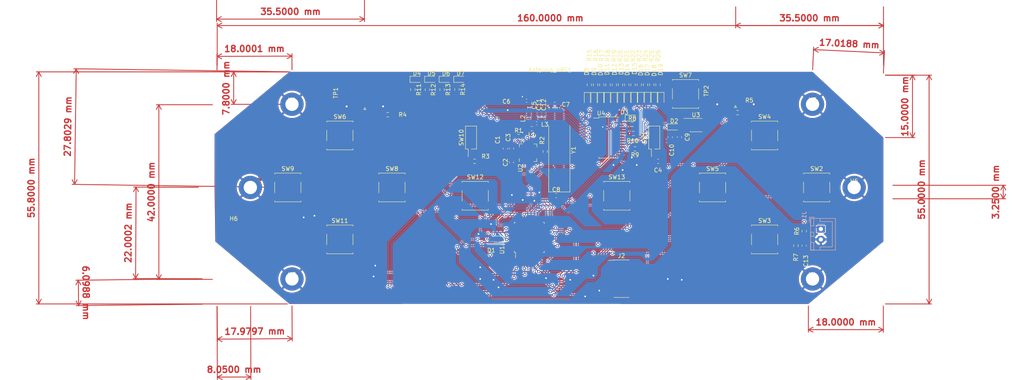
<source format=kicad_pcb>
(kicad_pcb (version 20221018) (generator pcbnew)
  (title_block (title "Controler final form") (date "3/05/2023") (company "ENSEA"))
  (layers (0 "F.Cu" signal) (31 "B.Cu" signal) (34 "B.Paste" user) (35 "F.Paste" user) (36 "B.SilkS" user "B.Silkscreen") (37 "F.SilkS" user "F.Silkscreen") (38 "B.Mask" user) (39 "F.Mask" user) (44 "Edge.Cuts" user))
  (net 0 "")
  (net 1 "Antenna")
  (net 2 "A_Button")
  (net 3 "Glob_Alim")
  (net 4 "Return_ANT")
  (net 5 "Net-(U2-DVDD)")
  (net 6 "Net-(C5-Pad2)")
  (net 7 "Net-(U2-XC1)")
  (net 8 "Net-(U2-XC2)")
  (net 9 "Net-(U3-BP)")
  (net 10 "Li-ion")
  (net 11 "POWER_CHECK")
  (net 12 "Net-(#FLG02-pwr)")
  (net 13 "Net-(D2-A)")
  (net 14 "Net-(#FLG06-pwr)")
  (net 15 "Net-(D4-A)")
  (net 16 "Net-(D5-A)")
  (net 17 "Net-(D6-A)")
  (net 18 "GND")
  (net 19 "Net-(D4-K)")
  (net 20 "Net-(D5-K)")
  (net 21 "Net-(D7-K)")
  (net 22 "B_Button")
  (net 23 "X_Button")
  (net 24 "Y_Button")
  (net 25 "UC_Button")
  (net 26 "LC_Button")
  (net 27 "RC_Button")
  (net 28 "DC_Button")
  (net 29 "ST_Button")
  (net 30 "SE_Button")
  (net 31 "Net-(D6-K)")
  (net 32 "Order_Search")
  (net 33 "NES{slash}SNES_switcher")
  (net 36 "+3.3V")
  (net 37 "SWDIO")
  (net 38 "Net-(D7-A)")
  (net 39 "SWDCK")
  (net 40 "RX{slash}TX")
  (net 42 "Net-(D8-K)")
  (net 43 "Pin_Clock")
  (net 44 "Digital_Out_Put")
  (net 45 "MOSI")
  (net 48 "Net-(D8-A)")
  (net 49 "Net-(D9-K)")
  (net 50 "Net-(D9-A)")
  (net 51 "Net-(D10-K)")
  (net 52 "Reset_Button ")
  (net 53 "USART2_RX")
  (net 54 "USART2_TX")
  (net 55 "R")
  (net 56 "L")
  (net 57 "Net-(D10-A)")
  (net 58 "Net-(D11-K)")
  (net 59 "Net-(D11-A)")
  (net 60 "Net-(D12-K)")
  (net 61 "Net-(D12-A)")
  (net 62 "Net-(D13-K)")
  (net 63 "Net-(D13-A)")
  (net 64 "Net-(D14-K)")
  (net 65 "Net-(D14-A)")
  (net 66 "Net-(D15-K)")
  (net 67 "Net-(D15-A)")
  (net 68 "Net-(D16-K)")
  (net 69 "Net-(D16-A)")
  (net 70 "Net-(D17-K)")
  (net 71 "Net-(D17-A)")
  (net 72 "Net-(D18-K)")
  (net 73 "Net-(D18-A)")
  (net 74 "Net-(D19-K)")
  (net 75 "Net-(D19-A)")
  (net 76 "Net-(U2-ANT2)")
  (net 77 "Net-(U2-ANT1)")
  (net 78 "Net-(U2-IREF)")
  (net 79 "DIODE_SDA")
  (net 80 "DIODE_CLK")
  (net 81 "DIODE_OE")
  (net 82 "Net-(#FLG05-pwr)")
  (footprint "Diode_SMD:D_0603_1608Metric_Pad1.05x0.95mm_HandSolder" (layer "F.Cu") (at 127.3 99.425 180)
    (fp_text reference "D1")
    (fp_text value "D_Small")
  )
  (footprint "Capacitor_SMD:C_0603_1608Metric_Pad1.08x0.95mm_HandSolder" (layer "F.Cu") (at 165.925 80.7)
    (fp_text reference "C4")
    (fp_text value "1u")
  )
  (footprint "Resistor_SMD:R_0603_1608Metric_Pad0.98x0.95mm_HandSolder" (layer "F.Cu") (at 164.4 62.3125 90)
    (fp_text reference "R25")
    (fp_text value "1K")
  )
  (footprint "Package_QFP:LQFP-32_7x7mm_P0.8mm" (layer "F.Cu") (at 135 99 90)
    (fp_text reference "U1")
    (fp_text value "STM32L412KBTx")
  )
  (footprint "Resistor_SMD:R_0603_1608Metric_Pad0.98x0.95mm_HandSolder" (layer "F.Cu") (at 159.725 71.825)
    (fp_text reference "R8")
    (fp_text value "10K")
  )
  (footprint "Resistor_SMD:R_0603_1608Metric_Pad0.98x0.95mm_HandSolder" (layer "F.Cu") (at 149.4 62.3125 90)
    (fp_text reference "R15")
    (fp_text value "1K")
  )
  (footprint "LED_SMD:LED_0603_1608Metric_Pad1.05x0.95mm_HandSolder" (layer "F.Cu") (at 158.575 65.8 -90)
    (fp_text reference "D14")
    (fp_text value "O3")
  )
  (footprint "Inductor_SMD:L_0402_1005Metric_Pad0.77x0.64mm_HandSolder" (layer "F.Cu") (at 136.775 71.575)
    (fp_text reference "L3")
    (fp_text value "2.7nH")
  )
  (footprint "MountingHole:MountingHole_3.2mm_M3_DIN965_Pad" (layer "F.Cu") (at 203 67)
    (fp_text reference "H3")
    (fp_text value "MountingHole_Pad")
  )
  (footprint "Button_Switch_SMD:SW_SPST_B3S-1000" (layer "F.Cu") (at 179 87)
    (fp_text reference "SW5")
    (fp_text value "SW_SPST")
  )
  (footprint "Resistor_SMD:R_0603_1608Metric_Pad0.98x0.95mm_HandSolder" (layer "F.Cu") (at 199 101 -90)
    (fp_text reference "R7")
    (fp_text value "1M")
  )
  (footprint "LED_SMD:LED_0603_1608Metric_Pad1.05x0.95mm_HandSolder" (layer "F.Cu") (at 115 61)
    (fp_text reference "D6")
    (fp_text value "G3")
  )
  (footprint "Crystal:Crystal_SMD_HC49-SD_HandSoldering" (layer "F.Cu") (at 142.2 78 90)
    (fp_text reference "Y1")
    (fp_text value "16MHz")
  )
  (footprint "Resistor_SMD:R_0603_1608Metric_Pad0.98x0.95mm_HandSolder" (layer "F.Cu") (at 160.375 77.725 180)
    (fp_text reference "R9")
    (fp_text value "10K")
  )
  (footprint "Button_Switch_SMD:SW_SPST_B3S-1000" (layer "F.Cu") (at 156 89)
    (fp_text reference "SW13")
    (fp_text value "SW_SPST")
  )
  (footprint "Resistor_SMD:R_0603_1608Metric_Pad0.98x0.95mm_HandSolder" (layer "F.Cu") (at 155.4 62.3125 90)
    (fp_text reference "R19")
    (fp_text value "1K")
  )
  (footprint "LED_SMD:LED_0603_1608Metric_Pad1.05x0.95mm_HandSolder" (layer "F.Cu") (at 166.6 65.8 -90)
    (fp_text reference "D19")
    (fp_text value "R4")
  )
  (footprint "LED_SMD:LED_0603_1608Metric_Pad1.05x0.95mm_HandSolder" (layer "F.Cu") (at 159.675 70.325)
    (fp_text reference "D3")
    (fp_text value "D_Small")
  )
  (footprint "Resistor_SMD:R_0603_1608Metric_Pad0.98x0.95mm_HandSolder" (layer "F.Cu") (at 114.05 63.475 -90)
    (fp_text reference "R13")
    (fp_text value "1K")
  )
  (footprint "Button_Switch_SMD:SW_SPST_B3S-1000" (layer "F.Cu") (at 89.5 74.5)
    (fp_text reference "SW6")
    (fp_text value "SW_SPST")
  )
  (footprint "LED_SMD:LED_0603_1608Metric_Pad1.05x0.95mm_HandSolder" (layer "F.Cu") (at 118.5 61)
    (fp_text reference "D7")
    (fp_text value "G4")
  )
  (footprint "Button_Switch_SMD:SW_SPST_B3S-1000" (layer "F.Cu") (at 77 87)
    (fp_text reference "SW9")
    (fp_text value "SW_SPST")
  )
  (footprint "Package_DFN_QFN:QFN-20-1EP_4x4mm_P0.5mm_EP2.5x2.5mm" (layer "F.Cu") (at 134.7 78.65 90)
    (fp_text reference "U2")
    (fp_text value "NRF24L01")
  )
  (footprint "Resistor_SMD:R_0603_1608Metric_Pad0.98x0.95mm_HandSolder" (layer "F.Cu") (at 117.6 63.425 -90)
    (fp_text reference "R14")
    (fp_text value "1K")
  )
  (footprint "Button_Switch_SMD:SW_SPST_B3S-1000" (layer "F.Cu") (at 204 87)
    (fp_text reference "SW2")
    (fp_text value "SW_SPST")
  )
  (footprint "LED_SMD:LED_0603_1608Metric_Pad1.05x0.95mm_HandSolder" (layer "F.Cu") (at 156.95 65.8125 -90)
    (fp_text reference "D13")
    (fp_text value "O2")
  )
  (footprint "Capacitor_SMD:C_0603_1608Metric_Pad1.08x0.95mm_HandSolder" (layer "F.Cu") (at 130.7 80.975 90)
    (fp_text reference "C2")
    (fp_text value "33nF")
  )
  (footprint "Resistor_SMD:R_0603_1608Metric_Pad0.98x0.95mm_HandSolder" (layer "F.Cu") (at 161.4 62.3125 90)
    (fp_text reference "R23")
    (fp_text value "1K")
  )
  (footprint "MountingHole:MountingHole_3.2mm_M3_DIN965_Pad" (layer "F.Cu") (at 68 87)
    (fp_text reference "H6")
    (fp_text value "MountingHole_Pad")
  )
  (footprint "Capacitor_SMD:C_0402_1005Metric_Pad0.74x0.62mm_HandSolder" (layer "F.Cu") (at 137.45 69.975 -90)
    (fp_text reference "C12")
    (fp_text value "4.7pF")
  )
  (footprint "Package_SO:TSSOP-28_4.4x9.7mm_P0.65mm" (layer "F.Cu") (at 154 75)
    (fp_text reference "U4")
    (fp_text value "PCA9685PW")
  )
  (footprint "LED_SMD:LED_0603_1608Metric_Pad1.05x0.95mm_HandSolder" (layer "F.Cu") (at 108 61)
    (fp_text reference "D4")
    (fp_text value "G1")
  )
  (footprint "Capacitor_SMD:C_0603_1608Metric_Pad1.08x0.95mm_HandSolder" (layer "F.Cu") (at 141.1 67.025)
    (fp_text reference "C7")
    (fp_text value "22nF")
  )
  (footprint "MountingHole:MountingHole_3.2mm_M3_DIN965_Pad" (layer "F.Cu") (at 213 87)
    (fp_text reference "H5")
    (fp_text value "MountingHole_Pad")
  )
  (footprint "Resistor_SMD:R_0603_1608Metric_Pad0.98x0.95mm_HandSolder" (layer "F.Cu") (at 132.4125 74.75)
    (fp_text reference "R1")
    (fp_text value "22K")
  )
  (footprint "Inductor_SMD:L_0603_1608Metric_Pad1.05x0.95mm_HandSolder" (layer "F.Cu") (at 135.575 72.85 180)
    (fp_text reference "L1")
    (fp_text value "8.2nH")
  )
  (footprint "Capacitor_SMD:C_0402_1005Metric_Pad0.74x0.62mm_HandSolder" (layer "F.Cu") (at 134.325 66.125 180)
    (fp_text reference "C6")
    (fp_text value "1.0pF")
  )
  (footprint "LED_SMD:LED_0603_1608Metric_Pad1.05x0.95mm_HandSolder" (layer "F.Cu") (at 163.375 65.8 -90)
    (fp_text reference "D17")
    (fp_text value "R2")
  )
  (footprint "LED_SMD:LED_0603_1608Metric_Pad1.05x0.95mm_HandSolder" (layer "F.Cu") (at 150.525 65.825 -90)
    (fp_text reference "D9")
    (fp_text value "G6")
  )
  (footprint "MountingHole:MountingHole_3.2mm_M3_DIN965_Pad" (layer "F.Cu") (at 78 67)
    (fp_text reference "H1")
    (fp_text value "MountingHole_Pad")
  )
  (footprint "Button_Switch_SMD:SW_SPST_B3S-1000" (layer "F.Cu") (at 172.5 64.5)
    (fp_text reference "SW7")
    (fp_text value "SW_SPST")
  )
  (footprint "MountingHole:MountingHole_3.2mm_M3_DIN965_Pad" (layer "F.Cu") (at 78 109)
    (fp_text reference "H2")
    (fp_text value "MountingHole_Pad")
  )
  (footprint "Resistor_SMD:R_0603_1608Metric_Pad0.98x0.95mm_HandSolder" (layer "F.Cu") (at 138.8 78.375 -90)
    (fp_text reference "R2")
    (fp_text value "1M")
  )
  (footprint "Connector_Coaxial:SMA_Molex_73251-1153_EdgeMount_Horizontal" (layer "F.Cu") (at 184.5 65.29 -90)
    (fp_text reference "TP2")
    (fp_text value "L")
  )
  (footprint "Resistor_SMD:R_0603_1608Metric_Pad0.98x0.95mm_HandSolder" (layer "F.Cu") (at 101 69.5)
    (fp_text reference "R4")
    (fp_text value "1K")
  )
  (footprint "Button_Switch_SMD:SW_DIP_SPSTx01_Slide_Copal_CHS-01B_W7.62mm_P1.27mm" (layer "F.Cu") (at 165 75 90)
    (fp_text reference "SW1")
    (fp_text value "SW_DIP_x01")
  )
  (footprint "Resistor_SMD:R_0603_1608Metric_Pad0.98x0.95mm_HandSolder" (layer "F.Cu") (at 121.85 80.7)
    (fp_text reference "R3")
    (fp_text value "1K")
  )
  (footprint "LED_SMD:LED_0603_1608Metric_Pad1.05x0.95mm_HandSolder" (layer "F.Cu") (at 169.775 72.45)
    (fp_text reference "D2")
    (fp_text value "LED_Small")
  )
  (footprint "Connector_Coaxial:SMA_Molex_73251-1153_EdgeMount_Horizontal" (layer "F.Cu") (at 95.5 65.79 -90)
    (fp_text reference "TP1")
    (fp_text value "R")
  )
  (footprint "Capacitor_SMD:C_0402_1005Metric_Pad0.74x0.62mm_HandSolder" (layer "F.Cu") (at 138.4 69.975 90)
    (fp_text reference "C11")
    (fp_text value "2.2nF")
  )
  (footprint "Resistor_SMD:R_0603_1608Metric_Pad0.98x0.95mm_HandSolder" (layer "F.Cu") (at 152.4 62.3125 90)
    (fp_text reference "R17")
    (fp_text value "1K")
  )
  (footprint "Capacitor_SMD:C_0402_1005Metric_Pad0.74x0.62mm_HandSolder" (layer "F.Cu") (at 134.95 67.675 -90)
    (fp_text reference "C5")
    (fp_text value "1.5pF")
  )
  (footprint "LED_SMD:LED_0603_1608Metric_Pad1.05x0.95mm_HandSolder" (layer "F.Cu") (at 161.775 65.8 -90)
    (fp_text reference "D16")
    (fp_text value "R1")
  )
  (footprint "Resistor_SMD:R_0603_1608Metric_Pad0.98x0.95mm_HandSolder" (layer "F.Cu") (at 201 97.5 -90)
    (fp_text reference "R6")
    (fp_text value "1M")
  )
  (footprint "LED_SMD:LED_0603_1608Metric_Pad1.05x0.95mm_HandSolder" (layer "F.Cu") (at 155.325 65.825 -90)
    (fp_text reference "D12")
    (fp_text value "O1")
  )
  (footprint "Capacitor_SMD:C_0603_1608Metric_Pad1.08x0.95mm_HandSolder" (layer "F.Cu") (at 129.225 77.6625 -90)
    (fp_text reference "C1")
    (fp_text value "10nF")
  )
  (footprint "LED_SMD:LED_0603_1608Metric_Pad1.05x0.95mm_HandSolder" (layer "F.Cu") (at 160.175 65.8 -90)
    (fp_text reference "D15")
    (fp_text value "O4")
  )
  (footprint "Resistor_SMD:R_0603_1608Metric_Pad0.98x0.95mm_HandSolder" (layer "F.Cu") (at 107.025 63.475 -90)
    (fp_text reference "R11")
    (fp_text value "1K")
  )
  (footprint "Button_Switch_SMD:SW_SPST_B3S-1000" (layer "F.Cu") (at 89.5 99.5)
    (fp_text reference "SW11")
    (fp_text value "SW_SPST")
  )
  (footprint "Capacitor_SMD:C_0603_1608Metric_Pad1.08x0.95mm_HandSolder" (layer "F.Cu") (at 201 101 -90)
    (fp_text reference "C13")
    (fp_text value "1nF")
  )
  (footprint "LED_SMD:LED_0603_1608Metric_Pad1.05x0.95mm_HandSolder" (layer "F.Cu") (at 153.725 65.825 -90)
    (fp_text reference "D11")
    (fp_text value "G8")
  )
  (footprint "Resistor_SMD:R_0603_1608Metric_Pad0.98x0.95mm_HandSolder" (layer "F.Cu") (at 159.9 62.3125 90)
    (fp_text reference "R22")
    (fp_text value "1K")
  )
  (footprint "Resistor_SMD:R_0603_1608Metric_Pad0.98x0.95mm_HandSolder" (layer "F.Cu") (at 159.975 74.025)
    (fp_text reference "R10")
    (fp_text value "10K")
  )
  (footprint "LED_SMD:LED_0603_1608Metric_Pad1.05x0.95mm_HandSolder" (layer "F.Cu") (at 148.925 65.825 -90)
    (fp_text reference "D8")
    (fp_text value "G5")
  )
  (footprint "Button_Switch_SMD:SW_SPST_B3S-1000" (layer "F.Cu") (at 191.5 99.5)
    (fp_text reference "SW3")
    (fp_text value "SW_SPST")
  )
  (footprint "LED_SMD:LED_0603_1608Metric_Pad1.05x0.95mm_HandSolder" (layer "F.Cu") (at 111.5 61)
    (fp_text reference "D5")
    (fp_text value "G2")
  )
  (footprint "LED_SMD:LED_0603_1608Metric_Pad1.05x0.95mm_HandSolder" (layer "F.Cu") (at 152.125 65.825 -90)
    (fp_text reference "D10")
    (fp_text value "G7")
  )
  (footprint "Resistor_SMD:R_0603_1608Metric_Pad0.98x0.95mm_HandSolder" (layer "F.Cu") (at 165.9 62.3125 90)
    (fp_text reference "R26")
    (fp_text value "1K")
  )
  (footprint "Capacitor_SMD:C_0603_1608Metric_Pad1.08x0.95mm_HandSolder" (layer "F.Cu") (at 168.825 74.9125 -90)
    (fp_text reference "C10")
    (fp_text value "100nF")
  )
  (footprint "Resistor_SMD:R_0603_1608Metric_Pad0.98x0.95mm_HandSolder" (layer "F.Cu") (at 158.4 62.3125 90)
    (fp_text reference "R21")
    (fp_text value "1K")
  )
  (footprint "Resistor_SMD:R_0603_1608Metric_Pad0.98x0.95mm_HandSolder" (layer "F.Cu") (at 156.9 62.3125 90)
    (fp_text reference "R20")
    (fp_text value "1K")
  )
  (footprint "Inductor_SMD:L_0603_1608Metric_Pad1.05x0.95mm_HandSolder" (layer "F.Cu") (at 134.9 70.425 90)
    (fp_text reference "L2")
    (fp_text value "3.9nH")
  )
  (footprint "Button_Switch_SMD:SW_SPST_B3S-1000" (layer "F.Cu") (at 191.5 74.5)
    (fp_text reference "SW4")
    (fp_text value "SW_SPST")
  )
  (footprint "Resistor_SMD:R_0603_1608Metric_Pad0.98x0.95mm_HandSolder" (layer "F.Cu") (at 153.9 62.3125 90)
    (fp_text reference "R18")
    (fp_text value "1K")
  )
  (footprint "Capacitor_SMD:C_0603_1608Metric_Pad1.08x0.95mm_HandSolder" (layer "F.Cu") (at 171.05 74.9 -90)
    (fp_text reference "C9")
    (fp_text value "C_Small")
  )
  (footprint "Button_Switch_SMD:SW_DIP_SPSTx01_Slide_Copal_CHS-01B_W7.62mm_P1.27mm" (layer "F.Cu") (at 121 75 90)
    (fp_text reference "SW10")
    (fp_text value "SW_DIP_x01")
  )
  (footprint "Package_SO:MSOP-8_3x3mm_P0.65mm" (layer "F.Cu") (at 175 72)
    (fp_text reference "U3")
    (fp_text value "MIC5219-3.3YMM")
  )
  (footprint "Button_Switch_SMD:SW_SPST_B3S-1000" (layer "F.Cu") (at 122 89)
    (fp_text reference "SW12")
    (fp_text value "SW_SPST")
  )
  (footprint "Capacitor_SMD:C_0603_1608Metric_Pad1.08x0.95mm_HandSolder" (layer "F.Cu") (at 141.45 88.95)
    (fp_text reference "C8")
    (fp_text value "22nF")
  )
  (footprint "MountingHole:MountingHole_3.2mm_M3_DIN965_Pad" (layer "F.Cu") (at 203 109)
    (fp_text reference "H4")
    (fp_text value "MountingHole_Pad")
  )
  (footprint "Connector_PinHeader_1.27mm:PinHeader_2x07_P1.27mm_Vertical_SMD" (layer "F.Cu") (at 157.125 108.94)
    (fp_text reference "J2")
    (fp_text value "Conn_02x07_Odd_Even")
  )
  (footprint "Capacitor_SMD:C_0603_1608Metric_Pad1.08x0.95mm_HandSolder" (layer "F.Cu") (at 130.725 77.6375 -90)
    (fp_text reference "C3")
    (fp_text value "1nF")
  )
  (footprint "RF_Antenna:Texas_SWRA117D_2.4GHz_Right" (layer "F.Cu") (at 135.425 65.15)
    (fp_text reference "Antenna_nRF1")
    (fp_text value "~")
  )
  (footprint "Resistor_SMD:R_0603_1608Metric_Pad0.98x0.95mm_HandSolder" (layer "F.Cu") (at 162.9 62.3125 90)
    (fp_text reference "R24")
    (fp_text value "1K")
  )
  (footprint "Resistor_SMD:R_0603_1608Metric_Pad0.98x0.95mm_HandSolder" (layer "F.Cu") (at 150.9 62.3125 90)
    (fp_text reference "R16")
    (fp_text value "1K")
  )
  (footprint "Resistor_SMD:R_0603_1608Metric_Pad0.98x0.95mm_HandSolder" (layer "F.Cu") (at 110.525 63.5 -90)
    (fp_text reference "R12")
    (fp_text value "1K")
  )
  (footprint "LED_SMD:LED_0603_1608Metric_Pad1.05x0.95mm_HandSolder" (layer "F.Cu") (at 164.975 65.8 -90)
    (fp_text reference "D18")
    (fp_text value "R3")
  )
  (footprint "Button_Switch_SMD:SW_SPST_B3S-1000" (layer "F.Cu") (at 102 87)
    (fp_text reference "SW8")
    (fp_text value "SW_SPST")
  )
  (footprint "Resistor_SMD:R_0603_1608Metric_Pad0.98x0.95mm_HandSolder" (layer "F.Cu") (at 185 69)
    (fp_text reference "R5")
    (fp_text value "1K")
  )
  (footprint "Connector_JST:JST_XH_B2B-XH-A_1x02_P2.50mm_Vertical" (layer "B.Cu") (at 205 97 -90)
    (fp_text reference "J1")
    (fp_text value "Conn_01x02")
  )
  (dimension (type aligned) (layer "F.Cu") (pts (xy 78 59.2) (xy 60 59.25)) (height 3.777386) (gr_text "18,0001 mm" (at 68.984507 53.647636 0.1591545337) (layer "F.Cu") (effects (font (size 1.5 1.5) (thickness 0.3)))) (format (prefix "") (suffix "") (units 3) (units_format 1) (precision 4)) (style (thickness 0.2) (arrow_length 1.27) (text_position_mode 0) (extension_height 0.58642) (extension_offset 0.5) keep_text_aligned))
  (dimension (type aligned) (layer "F.Cu") (pts (xy 203 59.2) (xy 220 60)) (height -5.357672) (gr_text "17,0188 mm" (at 211.836459 52.450241 357.3057157) (layer "F.Cu") (effects (font (size 1.5 1.5) (thickness 0.3)))) (format (prefix "") (suffix "") (units 3) (units_format 1) (precision 4)) (style (thickness 0.2) (arrow_length 1.27) (text_position_mode 0) (extension_height 0.58642) (extension_offset 0.5) keep_text_aligned))
  (dimension (type aligned) (layer "F.Cu") (pts (xy 60.020725 115.123428) (xy 78 115)) (height 8.35096) (gr_text "17,9797 mm" (at 69.055334 121.612519 0.3933302087) (layer "F.Cu") (effects (font (size 1.5 1.5) (thickness 0.3)))) (format (prefix "") (suffix "") (units 3) (units_format 1) (precision 4)) (style (thickness 0.2) (arrow_length 1.27) (text_position_mode 0) (extension_height 0.58642) (extension_offset 0.5) keep_text_aligned))
  (dimension (type aligned) (layer "F.Cu") (pts (xy 55.948504 108.970448) (xy 56.048504 86.970448)) (height -15.498664) (gr_text "22,0002 mm" (at 38.700019 97.891818 89.73956643) (layer "F.Cu") (effects (font (size 1.5 1.5) (thickness 0.3)))) (format (prefix "") (suffix "") (units 3) (units_format 1) (precision 4)) (style (thickness 0.2) (arrow_length 1.27) (text_position_mode 0) (extension_height 0.58642) (extension_offset 0.5) keep_text_aligned))
  (dimension (type aligned) (layer "F.Cu") (pts (xy 60.05 58.075) (xy 220.05 58.075)) (height -10) (gr_text "160,0000 mm" (at 140.05 46.275) (layer "F.Cu") (effects (font (size 1.5 1.5) (thickness 0.3)))) (format (prefix "") (suffix "") (units 3) (units_format 1) (precision 4)) (style (thickness 0.2) (arrow_length 1.27) (text_position_mode 0) (extension_height 0.58642) (extension_offset 0.5) keep_text_aligned))
  (dimension (type aligned) (layer "F.Cu") (pts (xy 59.9 41.525) (xy 95.4 41.525)) (height 5) (gr_text "35,5000 mm" (at 77.65 44.725) (layer "F.Cu") (effects (font (size 1.5 1.5) (thickness 0.3)))) (format (prefix "") (suffix "") (units 3) (units_format 1) (precision 4)) (style (thickness 0.2) (arrow_length 1.27) (text_position_mode 0) (extension_height 0.58642) (extension_offset 0.5) keep_text_aligned))
  (dimension (type aligned) (layer "F.Cu") (pts (xy 202 115) (xy 220 115)) (height 6.2) (gr_text "18,0000 mm" (at 211 119.4) (layer "F.Cu") (effects (font (size 1.5 1.5) (thickness 0.3)))) (format (prefix "") (suffix "") (units 3) (units_format 1) (precision 4)) (style (thickness 0.2) (arrow_length 1.27) (text_position_mode 0) (extension_height 0.58642) (extension_offset 0.5) keep_text_aligned))
  (dimension (type aligned) (layer "F.Cu") (pts (xy 68.070725 115.098428) (xy 60.020725 115.123428)) (height -17.476656) (gr_text "8,0500 mm" (at 64.09441 130.787509 0.1779366314) (layer "F.Cu") (effects (font (size 1.5 1.5) (thickness 0.3)))) (format (prefix "") (suffix "") (units 3) (units_format 1) (precision 4)) (style (thickness 0.2) (arrow_length 1.27) (text_position_mode 0) (extension_height 0.58642) (extension_offset 0.5) keep_text_aligned))
  (dimension (type aligned) (layer "F.Cu") (pts (xy 77.4 59.2) (xy 77 87)) (height 51.21079) (gr_text "27,8029 mm" (at 24.194696 72.337333 89.17565718) (layer "F.Cu") (effects (font (size 1.5 1.5) (thickness 0.3)))) (format (prefix "") (suffix "") (units 3) (units_format 1) (precision 4)) (style (thickness 0.2) (arrow_length 1.27) (text_position_mode 0) (extension_height 0.58642) (extension_offset 0.5) keep_text_aligned))
  (dimension (type aligned) (layer "F.Cu") (pts (xy 56.925 108.95) (xy 56.995725 115.048428)) (height 30.237093) (gr_text "6,0988 mm" (at 28.525182 112.328984 270.6644531) (layer "F.Cu") (effects (font (size 1.5 1.5) (thickness 0.3)))) (format (prefix "") (suffix "") (units 3) (units_format 1) (precision 4)) (style (thickness 0.2) (arrow_length 1.27) (text_position_mode 0) (extension_height 0.58642) (extension_offset 0.5) keep_text_aligned))
  (dimension (type aligned) (layer "F.Cu") (pts (xy 220 75) (xy 220 60)) (height 7) (gr_text "15,0000 mm" (at 225.2 67.5 90) (layer "F.Cu") (effects (font (size 1.5 1.5) (thickness 0.3)))) (format (prefix "") (suffix "") (units 3) (units_format 1) (precision 4)) (style (thickness 0.2) (arrow_length 1.27) (text_position_mode 0) (extension_height 0.58642) (extension_offset 0.5) keep_text_aligned))
  (dimension (type aligned) (layer "F.Cu") (pts (xy 78 67) (xy 78 59.2)) (height -14) (gr_text "7,8000 mm" (at 62.2 63.1 90) (layer "F.Cu") (effects (font (size 1.5 1.5) (thickness 0.3)))) (format (prefix "") (suffix "") (units 3) (units_format 1) (precision 4)) (style (thickness 0.2) (arrow_length 1.27) (text_position_mode 0) (extension_height 0.58642) (extension_offset 0.5) keep_text_aligned))
  (dimension (type aligned) (layer "F.Cu") (pts (xy 221.8 86.475) (xy 221.8 89.725)) (height -27) (gr_text "3,2500 mm" (at 247 88.1 90) (layer "F.Cu") (effects (font (size 1.5 1.5) (thickness 0.3)))) (format (prefix "") (suffix "") (units 3) (units_format 1) (precision 4)) (style (thickness 0.2) (arrow_length 1.27) (text_position_mode 0) (extension_height 0.58642) (extension_offset 0.5) keep_text_aligned))
  (dimension (type aligned) (layer "F.Cu") (pts (xy 68 87) (xy 59.4 74.2)) (height 3.101586) (gr_text "15,4208 mm" (at 67.768559 77.866437 -56.10383344) (layer "F.Cu") (effects (font (size 1.5 1.5) (thickness 0.3)))) (format (prefix "") (suffix "") (units 3) (units_format 1) (precision 4)) (style (thickness 0.2) (arrow_length 1.27) (text_position_mode 0) (extension_height 0.58642) (extension_offset 0.5) keep_text_aligned))
  (dimension (type aligned) (layer "F.Cu") (pts (xy 220 60) (xy 220 115)) (height -11) (gr_text "55,0000 mm" (at 229.2 87.5 90) (layer "F.Cu") (effects (font (size 1.5 1.5) (thickness 0.3)))) (format (prefix "") (suffix "") (units 3) (units_format 1) (precision 4)) (style (thickness 0.2) (arrow_length 1.27) (text_position_mode 0) (extension_height 0.58642) (extension_offset 0.5) keep_text_aligned))
  (dimension (type aligned) (layer "F.Cu") (pts (xy 77.4 59.2) (xy 77.4 115)) (height 60.2) (gr_text "55,8000 mm" (at 15.4 87.1 90) (layer "F.Cu") (effects (font (size 1.5 1.5) (thickness 0.3)))) (format (prefix "") (suffix "") (units 3) (units_format 1) (precision 4)) (style (thickness 0.2) (arrow_length 1.27) (text_position_mode 0) (extension_height 0.58642) (extension_offset 0.5) keep_text_aligned))
  (dimension (type aligned) (layer "F.Cu") (pts (xy 59.4 67.1) (xy 59.4 109.1)) (height 13.375) (gr_text "42,0000 mm" (at 44.225 88.1 90) (layer "F.Cu") (effects (font (size 1.5 1.5) (thickness 0.3)))) (format (prefix "") (suffix "") (units 3) (units_format 1) (precision 4)) (style (thickness 0.2) (arrow_length 1.27) (text_position_mode 0) (extension_height 0.58642) (extension_offset 0.5) keep_text_aligned))
  (dimension (type aligned) (layer "F.Cu") (pts (xy 184.55 43.075) (xy 220.05 43.075)) (height 5) (gr_text "35,5000 mm" (at 202.3 46.275) (layer "F.Cu") (effects (font (size 1.5 1.5) (thickness 0.3)))) (format (prefix "") (suffix "") (units 3) (units_format 1) (precision 4)) (style (thickness 0.2) (arrow_length 1.27) (text_position_mode 0) (extension_height 0.58642) (extension_offset 0.5) keep_text_aligned))
  (segment (start 134.8925 67.05) (end 134.95 67.1075) (width 0.25) (layer "F.Cu") (net 1))
  (segment (start 134.9425 66.175) (end 134.8925 66.125) (width 0.25) (layer "F.Cu") (net 1))
  (segment (start 134.8925 66.125) (end 134.8925 67.05) (width 0.25) (layer "F.Cu") (net 1))
  (segment (start 182.2 94.55) (end 182.2 94.5) (width 0.25) (layer "F.Cu") (net 2))
  (segment (start 147.681426 107.243574) (end 156.125 98.8) (width 0.25) (layer "F.Cu") (net 2))
  (segment (start 146.281025 107.243574) (end 147.681426 107.243574) (width 0.25) (layer "F.Cu") (net 2))
  (segment (start 177.95 98.8) (end 182.2 94.55) (width 0.25) (layer "F.Cu") (net 2))
  (segment (start 187.45 89.25) (end 206.975 89.25) (width 0.25) (layer "F.Cu") (net 2))
  (segment (start 136.2 106.200098) (end 136.2 103.175) (width 0.25) (layer "F.Cu") (net 2))
  (segment (start 156.125 98.8) (end 177.95 98.8) (width 0.25) (layer "F.Cu") (net 2))
  (segment (start 137.237451 107.237549) (end 136.2 106.200098) (width 0.25) (layer "F.Cu") (net 2))
  (segment (start 182.2 94.5) (end 187.45 89.25) (width 0.25) (layer "F.Cu") (net 2))
  (via (at 137.237451 107.237549) (size 0.8) (drill 0.4) (layers "F.Cu" "B.Cu") (net 2))
  (via (at 146.281025 107.243574) (size 0.8) (drill 0.4) (layers "F.Cu" "B.Cu") (net 2))
  (segment (start 146.275 107.237549) (end 137.237451 107.237549) (width 0.25) (layer "B.Cu") (net 2))
  (segment (start 146.281025 107.243574) (end 146.275 107.237549) (width 0.25) (layer "B.Cu") (net 2))
  (segment (start 160.55 70.325) (end 160.55 68.3) (width 0.25) (layer "F.Cu") (net 3))
  (segment (start 165.079505 82.05) (end 167.275 82.05) (width 0.25) (layer "F.Cu") (net 3))
  (segment (start 161.2875 78.257995) (end 165.079505 82.05) (width 0.25) (layer "F.Cu") (net 3))
  (segment (start 154.350521 73.299479) (end 154.350521 79.425521) (width 0.25) (layer "F.Cu") (net 3))
  (segment (start 123.2 96.350006) (end 123.2 97.4) (width 0.2) (layer "F.Cu") (net 3))
  (segment (start 133.301756 76.314256) (end 133.7 76.7125) (width 0.25) (layer "F.Cu") (net 3))
  (segment (start 150.448959 73.375) (end 151.1375 73.375) (width 0.25) (layer "F.Cu") (net 3))
  (segment (start 151.1375 70.775) (end 150.448959 70.775) (width 0.25) (layer "F.Cu") (net 3))
  (segment (start 168.375 82.05) (end 168.45 82.125) (width 0.25) (layer "F.Cu") (net 3))
  (segment (start 128.325 76.8) (end 127.45 77.675) (width 0.25) (layer "F.Cu") (net 3))
  (segment (start 150.075 71.148959) (end 150.075 71.775) (width 0.25) (layer "F.Cu") (net 3))
  (segment (start 155.75 79.475) (end 155.925 79.65) (width 0.25) (layer "F.Cu") (net 3))
  (segment (start 130.7 76.8) (end 130.725 76.775) (width 0.25) (layer "F.Cu") (net 3))
  (segment (start 168.9 72.45) (end 168.9 73.975) (width 0.25) (layer "F.Cu") (net 3))
  (segment (start 160.075 80.925) (end 161.375 79.625) (width 0.25) (layer "F.Cu") (net 3))
  (segment (start 137.8 83.648529) (end 128.973529 92.475) (width 0.2) (layer "F.Cu") (net 3))
  (segment (start 160.8875 74.025) (end 160.8875 72.075) (width 0.25) (layer "F.Cu") (net 3))
  (segment (start 150.075 71.775) (end 150.075 73.001041) (width 0.25) (layer "F.Cu") (net 3))
  (segment (start 137.8 81.575) (end 137.8 83.648529) (width 0.2) (layer "F.Cu") (net 3))
  (segment (start 128.973529 92.475) (end 127.075006 92.475) (width 0.2) (layer "F.Cu") (net 3))
  (segment (start 123.8 98) (end 125.050503 98) (width 0.2) (layer "F.Cu") (net 3))
  (segment (start 131.6 78.65) (end 132.7625 78.65) (width 0.25) (layer "F.Cu") (net 3))
  (segment (start 124.9 99.425) (end 124.875 99.4) (width 0.2) (layer "F.Cu") (net 3))
  (segment (start 133.301756 75.750576) (end 133.301756 76.314256) (width 0.25) (layer "F.Cu") (net 3))
  (segment (start 160.6375 70.4125) (end 160.55 70.325) (width 0.25) (layer "F.Cu") (net 3))
  (segment (start 161.375 77.8125) (end 161.2875 77.725) (width 0.25) (layer "F.Cu") (net 3))
  (segment (start 168.9 73.975) (end 168.825 74.05) (width 0.25) (layer "F.Cu") (net 3))
  (segment (start 154.4 79.475) (end 155.75 79.475) (width 0.25) (layer "F.Cu") (net 3))
  (segment (start 130.725 76.775) (end 131.525 77.575) (width 0.25) (layer "F.Cu") (net 3))
  (segment (start 137.098008 79.15) (end 137.45 79.501992) (width 0.25) (layer "F.Cu") (net 3))
  (segment (start 121.865 71.19) (end 123.275 72.6) (width 0.25) (layer "F.Cu") (net 3))
  (segment (start 151.1375 70.775) (end 151.826041 70.775) (width 0.25) (layer "F.Cu") (net 3))
  (segment (start 154.350521 79.425521) (end 154.4 79.475) (width 0.25) (layer "F.Cu") (net 3))
  (segment (start 154.4 79.475) (end 154.462652 79.537652) (width 0.25) (layer "F.Cu") (net 3))
  (segment (start 161.375 79.625) (end 161.375 77.8125) (width 0.25) (layer "F.Cu") (net 3))
  (segment (start 131.525 75.825576) (end 131.525 77.575) (width 0.25) (layer "F.Cu") (net 3))
  (segment (start 126.425 99.425) (end 124.9 99.425) (width 0.2) (layer "F.Cu") (net 3))
  (segment (start 157.2 80.925) (end 160.075 80.925) (width 0.25) (layer "F.Cu") (net 3))
  (segment (start 123.2 97.4) (end 123.8 98) (width 0.2) (layer "F.Cu") (net 3))
  (segment (start 131.6 75.750576) (end 131.525 75.825576) (width 0.25) (layer "F.Cu") (net 3))
  (segment (start 127.45 77.675) (end 127.45 80.95) (width 0.25) (layer "F.Cu") (net 3))
  (segment (start 123.275 74.375) (end 125.7 76.8) (width 0.25) (layer "F.Cu") (net 3))
  (segment (start 130.275 83.775) (end 135.6 83.775) (width 0.25) (layer "F.Cu") (net 3))
  (segment (start 152.000305 82) (end 145.3 82) (width 0.25) (layer "F.Cu") (net 3))
  (segment (start 161.2875 77.725) (end 161.2875 78.257995) (width 0.25) (layer "F.Cu") (net 3))
  (segment (start 150.075 73.001041) (end 150.448959 73.375) (width 0.25) (layer "F.Cu") (net 3))
  (segment (start 154.462652 79.537652) (end 152.000305 82) (width 0.25) (layer "F.Cu") (net 3))
  (segment (start 123.275 72.6) (end 123.275 74.375) (width 0.25) (layer "F.Cu") (net 3))
  (segment (start 155.925 79.65) (end 157.2 80.925) (width 0.25) (layer "F.Cu") (net 3))
  (segment (start 131.525 77.575) (end 131.525 78.575) (width 0.25) (layer "F.Cu") (net 3))
  (segment (start 137.45 79.501992) (end 137.45 81.225) (width 0.25) (layer "F.Cu") (net 3))
  (segment (start 151.826041 70.775) (end 154.350521 73.299479) (width 0.25) (layer "F.Cu") (net 3))
  (segment (start 121 71.19) (end 121.865 71.19) (width 0.25) (layer "F.Cu") (net 3))
  (segment (start 125.050503 98) (end 125.075003 97.9755) (width 0.2) (layer "F.Cu") (net 3))
  (segment (start 150.448959 70.775) (end 150.075 71.148959) (width 0.25) (layer "F.Cu") (net 3))
  (segment (start 150.075 71.775) (end 150.375 72.075) (width 0.25) (layer "F.Cu") (net 3))
  (segment (start 160.55 68.3) (end 160.2 67.95) (width 0.25) (layer "F.Cu") (net 3))
  (segment (start 137.45 81.225) (end 137.8 81.575) (width 0.25) (layer "F.Cu") (net 3))
  (segment (start 168.75 72.6) (end 168.9 72.45) (width 0.25) (layer "F.Cu") (net 3))
  (segment (start 131.525 78.575) (end 131.6 78.65) (width 0.25) (layer "F.Cu") (net 3))
  (segment (start 150.375 72.075) (end 151.1375 72.075) (width 0.25) (layer "F.Cu") (net 3))
  (segment (start 127.075006 92.475) (end 123.2 96.350006) (width 0.2) (layer "F.Cu") (net 3))
  (segment (start 127.45 80.95) (end 130.275 83.775) (width 0.25) (layer "F.Cu") (net 3))
  (segment (start 136.6375 79.15) (end 137.098008 79.15) (width 0.25) (layer "F.Cu") (net 3))
  (segment (start 129.225 76.8) (end 128.325 76.8) (width 0.25) (layer "F.Cu") (net 3))
  (segment (start 160.6375 71.825) (end 160.6375 70.4125) (width 0.25) (layer "F.Cu") (net 3))
  (segment (start 129.225 76.8) (end 130.7 76.8) (width 0.25) (layer "F.Cu") (net 3))
  (segment (start 167.275 82.05) (end 168.375 82.05) (width 0.25) (layer "F.Cu") (net 3))
  (segment (start 167.625 72.6) (end 168.75 72.6) (width 0.25) (layer "F.Cu") (net 3))
  (segment (start 160.8875 72.075) (end 160.6375 71.825) (width 0.25) (layer "F.Cu") (net 3))
  (segment (start 125.7 76.8) (end 129.225 76.8) (width 0.25) (layer "F.Cu") (net 3))
  (segment (start 135.6 83.775) (end 137.8 81.575) (width 0.25) (layer "F.Cu") (net 3))
  (via (at 168.45 82.125) (size 0.6) (drill 0.3) (layers "F.Cu" "B.Cu") (net 3))
  (via (at 137.8 81.575) (size 0.8) (drill 0.4) (layers "F.Cu" "B.Cu") (net 3))
  (via (at 125.075003 97.9755) (size 0.6) (drill 0.3) (layers "F.Cu" "B.Cu") (net 3))
  (via (at 160.2 67.95) (size 0.6) (drill 0.3) (layers "F.Cu" "B.Cu") (net 3))
  (via (at 167.625 72.6) (size 0.6) (drill 0.3) (layers "F.Cu" "B.Cu") (net 3))
  (via (at 131.6 75.750576) (size 0.6) (drill 0.3) (layers "F.Cu" "B.Cu") (net 3))
  (via (at 145.3 82) (size 0.8) (drill 0.4) (layers "F.Cu" "B.Cu") (net 3))
  (via (at 124.875 99.4) (size 0.6) (drill 0.3) (layers "F.Cu" "B.Cu") (net 3))
  (via (at 133.301756 75.750576) (size 0.6) (drill 0.3) (layers "F.Cu" "B.Cu") (net 3))
  (segment (start 168.45 77.875) (end 167.6 77.025) (width 0.25) (layer "B.Cu") (net 3))
  (segment (start 160.2 67.95) (end 160.55 67.6) (width 0.25) (layer "B.Cu") (net 3))
  (segment (start 165.15 67.6) (end 167.625 70.075) (width 0.25) (layer "B.Cu") (net 3))
  (segment (start 145.3 82) (end 138.225 82) (width 0.25) (layer "B.Cu") (net 3))
  (segment (start 167.625 77) (end 167.625 72.6) (width 0.25) (layer "B.Cu") (net 3))
  (segment (start 168.45 82.125) (end 168.45 77.875) (width 0.25) (layer "B.Cu") (net 3))
  (segment (start 167.6 77.025) (end 167.625 77) (width 0.25) (layer "B.Cu") (net 3))
  (segment (start 167.625 70.075) (end 167.625 72.6) (width 0.25) (layer "B.Cu") (net 3))
  (segment (start 138.225 82) (end 137.8 81.575) (width 0.25) (layer "B.Cu") (net 3))
  (segment (start 160.55 67.6) (end 165.15 67.6) (width 0.25) (layer "B.Cu") (net 3))
  (segment (start 124.875 98.175503) (end 124.875 99.4) (width 0.2) (layer "B.Cu") (net 3))
  (segment (start 125.075003 97.9755) (end 124.875 98.175503) (width 0.2) (layer "B.Cu") (net 3))
  (segment (start 131.6 75.750576) (end 133.301756 75.750576) (width 0.25) (layer "B.Cu") (net 3))
  (segment (start 137.175 73.775) (end 137.3475 73.6025) (width 0.25) (layer "F.Cu") (net 4))
  (segment (start 137.45 70.5425) (end 138.4 70.5425) (width 0.25) (layer "F.Cu") (net 4))
  (segment (start 137.175 74.324805) (end 137.175 73.775) (width 0.25) (layer "F.Cu") (net 4))
  (segment (start 137.3475 70.645) (end 137.45 70.5425) (width 0.25) (layer "F.Cu") (net 4))
  (segment (start 137.3475 71.575) (end 137.3475 70.645) (width 0.25) (layer "F.Cu") (net 4))
  (segment (start 135.7 76.7125) (end 135.7 75.225) (width 0.25) (layer "F.Cu") (net 4))
  (segment (start 136.274805 75.225) (end 137.175 74.324805) (width 0.25) (layer "F.Cu") (net 4))
  (segment (start 137.3475 73.6025) (end 137.3475 71.575) (width 0.25) (layer "F.Cu") (net 4))
  (segment (start 135.7 75.225) (end 136.274805 75.225) (width 0.25) (layer "F.Cu") (net 4))
  (segment (start 131.475 81.0625) (end 130.7 81.8375) (width 0.2) (layer "F.Cu") (net 5))
  (segment (start 131.475 79.925) (end 131.475 81.0625) (width 0.2) (layer "F.Cu") (net 5))
  (segment (start 132.25 79.15) (end 131.475 79.925) (width 0.2) (layer "F.Cu") (net 5))
  (segment (start 132.7625 79.15) (end 132.25 79.15) (width 0.2) (layer "F.Cu") (net 5))
  (segment (start 134.95 69.5) (end 134.9 69.55) (width 0.25) (layer "F.Cu") (net 6))
  (segment (start 134.95 68.2425) (end 134.95 69.5) (width 0.25) (layer "F.Cu") (net 6))
  (segment (start 142 72.0625) (end 140.2375 72.0625) (width 0.25) (layer "F.Cu") (net 7))
  (segment (start 140.2375 72.0625) (end 138.6 73.7) (width 0.25) (layer "F.Cu") (net 7))
  (segment (start 142 67.0625) (end 142 72.0625) (width 0.25) (layer "F.Cu") (net 7))
  (segment (start 136.825 77.4625) (end 136.6375 77.65) (width 0.25) (layer "F.Cu") (net 7))
  (segment (start 141.9625 67.025) (end 142 67.0625) (width 0.25) (layer "F.Cu") (net 7))
  (segment (start 138.6 77.4625) (end 136.825 77.4625) (width 0.25) (layer "F.Cu") (net 7))
  (segment (start 138.6 73.7) (end 138.6 77.4625) (width 0.25) (layer "F.Cu") (net 7))
  (segment (start 136.6375 78.15) (end 137.4875 78.15) (width 0.2) (layer "F.Cu") (net 8))
  (segment (start 138.6 79.2625) (end 138.6 79.2875) (width 0.2) (layer "F.Cu") (net 8))
  (segment (start 138.6 79.2875) (end 142 82.6875) (width 0.2) (layer "F.Cu") (net 8))
  (segment (start 137.4875 78.15) (end 138.6 79.2625) (width 0.2) (layer "F.Cu") (net 8))
  (segment (start 142 82.6875) (end 142 83.9375) (width 0.2) (layer "F.Cu") (net 8))
  (segment (start 142.3125 88.95) (end 142 88.6375) (width 0.25) (layer "F.Cu") (net 8))
  (segment (start 142 88.6375) (end 142 83.9375) (width 0.25) (layer "F.Cu") (net 8))
  (segment (start 172.8875 72.975) (end 172.1125 72.975) (width 0.25) (layer "F.Cu") (net 9))
  (segment (start 172.1125 72.975) (end 171.05 74.0375) (width 0.25) (layer "F.Cu") (net 9))
  (segment (start 165 78.81) (end 165 80.6375) (width 0.25) (layer "F.Cu") (net 10))
  (segment (start 201 96.5875) (end 204.5875 96.5875) (width 0.25) (layer "F.Cu") (net 10))
  (segment (start 165 80.6375) (end 165.0625 80.7) (width 0.25) (layer "F.Cu") (net 10))
  (segment (start 165.0625 80.7) (end 165.8625 81.5) (width 0.25) (layer "F.Cu") (net 10))
  (segment (start 204.5875 96.5875) (end 205 97) (width 0.25) (layer "F.Cu") (net 10))
  (segment (start 165.8625 81.5) (end 174.4 81.5) (width 0.25) (layer "F.Cu") (net 10))
  (segment (start 201 95.2) (end 201 96.5875) (width 0.25) (layer "F.Cu") (net 10))
  (via (at 174.4 81.5) (size 0.8) (drill 0.4) (layers "F.Cu" "B.Cu") (net 10))
  (via (at 201 95.2) (size 0.8) (drill 0.4) (layers "F.Cu" "B.Cu") (net 10))
  (segment (start 198.35 95.2) (end 184.65 81.5) (width 0.25) (layer "B.Cu") (net 10))
  (segment (start 201 95.2) (end 198.35 95.2) (width 0.25) (layer "B.Cu") (net 10))
  (segment (start 184.65 81.5) (end 174.4 81.5) (width 0.25) (layer "B.Cu") (net 10))
  (segment (start 130.762049 97.862951) (end 130.825 97.8) (width 0.25) (layer "F.Cu") (net 11))
  (segment (start 199.05 100.1375) (end 199 100.0875) (width 0.25) (layer "F.Cu") (net 11))
  (segment (start 140.537804 110.537196) (end 141.225401 111.224793) (width 0.25) (layer "F.Cu") (net 11))
  (segment (start 201 98.4125) (end 201 100.1375) (width 0.25) (layer "F.Cu") (net 11))
  (segment (start 154.866302 101.333698) (end 154.866302 101.33149) (width 0.25) (layer "F.Cu") (net 11))
  (segment (start 141.225401 111.224793) (end 144.975207 111.224793) (width 0.25) (layer "F.Cu") (net 11))
  (segment (start 201 100.1375) (end 199.05 100.1375) (width 0.25) (layer "F.Cu") (net 11))
  (segment (start 178.4 99.7) (end 183.1 104.4) (width 0.25) (layer "F.Cu") (net 11))
  (segment (start 196.8 104.4) (end 197.4 103.8) (width 0.25) (layer "F.Cu") (net 11))
  (segment (start 197.9125 100.0875) (end 199 100.0875) (width 0.25) (layer "F.Cu") (net 11))
  (segment (start 197.4 103.8) (end 197.4 100.6) (width 0.25) (layer "F.Cu") (net 11))
  (segment (start 126.35 98.175) (end 126.725 97.8) (width 0.25) (layer "F.Cu") (net 11))
  (segment (start 126.725 97.8) (end 130.825 97.8) (width 0.25) (layer "F.Cu") (net 11))
  (segment (start 156.497792 99.7) (end 178.4 99.7) (width 0.25) (layer "F.Cu") (net 11))
  (segment (start 154.866302 101.33149) (end 156.497792 99.7) (width 0.25) (layer "F.Cu") (net 11))
  (segment (start 144.975207 111.224793) (end 154.866302 101.333698) (width 0.25) (layer "F.Cu") (net 11))
  (segment (start 183.1 104.4) (end 196.8 104.4) (width 0.25) (layer "F.Cu") (net 11))
  (segment (start 197.4 100.6) (end 197.9125 100.0875) (width 0.25) (layer "F.Cu") (net 11))
  (via (at 126.35 98.175) (size 0.8) (drill 0.4) (layers "F.Cu" "B.Cu") (net 11))
  (via (at 140.537804 110.537196) (size 0.8) (drill 0.4) (layers "F.Cu" "B.Cu") (net 11))
  (segment (start 121.4 102.5) (end 121.4 98.2) (width 0.25) (layer "B.Cu") (net 11))
  (segment (start 125.375 97.2) (end 126.35 98.175) (width 0.25) (layer "B.Cu") (net 11))
  (segment (start 122.4 97.2) (end 125.375 97.2) (width 0.25) (layer "B.Cu") (net 11))
  (segment (start 129.437196 110.537196) (end 121.4 102.5) (width 0.25) (layer "B.Cu") (net 11))
  (segment (start 121.4 98.2) (end 122.4 97.2) (width 0.25) (layer "B.Cu") (net 11))
  (segment (start 140.537804 110.537196) (end 129.437196 110.537196) (width 0.25) (layer "B.Cu") (net 11))
  (segment (start 127.3245 100.2755) (end 128.175 99.425) (width 0.25) (layer "F.Cu") (net 12))
  (segment (start 131.7 105.525) (end 131.7 103.675) (width 0.25) (layer "F.Cu") (net 12))
  (segment (start 125.6 103.2) (end 125.6 106.025) (width 0.25) (layer "F.Cu") (net 12))
  (segment (start 130.8375 106.3875) (end 131.7 105.525) (width 0.25) (layer "F.Cu") (net 12))
  (segment (start 126.775 107.2) (end 129.9 107.2) (width 0.25) (layer "F.Cu") (net 12))
  (segment (start 135.4 97.825) (end 137.8 95.425) (width 0.25) (layer "F.Cu") (net 12))
  (segment (start 125.6 106.025) (end 126.775 107.2) (width 0.25) (layer "F.Cu") (net 12))
  (segment (start 137.8 95.425) (end 137.8 94.825) (width 0.25) (layer "F.Cu") (net 12))
  (segment (start 130.775 107.2) (end 130.775 106.45) (width 0.25) (layer "F.Cu") (net 12))
  (segment (start 123.6 100.2755) (end 127.3245 100.2755) (width 0.25) (layer "F.Cu") (net 12))
  (segment (start 129.9 107.2) (end 130.025 107.2) (width 0.25) (layer "F.Cu") (net 12))
  (segment (start 130.775 106.45) (end 130.8375 106.3875) (width 0.25) (layer "F.Cu") (net 12))
  (segment (start 131.7 103.675) (end 132.2 103.175) (width 0.25) (layer "F.Cu") (net 12))
  (segment (start 129.9 107.2) (end 130.775 107.2) (width 0.25) (layer "F.Cu") (net 12))
  (segment (start 135.375 106.775) (end 135.375 103.2) (width 0.25) (layer "F.Cu") (net 12))
  (segment (start 134.95 107.2) (end 135.375 106.775) (width 0.25) (layer "F.Cu") (net 12))
  (segment (start 130.775 107.2) (end 134.95 107.2) (width 0.25) (layer "F.Cu") (net 12))
  (segment (start 135.4 103.175) (end 135.4 97.825) (width 0.25) (layer "F.Cu") (net 12))
  (segment (start 135.375 103.2) (end 135.4 103.175) (width 0.25) (layer "F.Cu") (net 12))
  (via (at 125.6 103.2) (size 0.8) (drill 0.4) (layers "F.Cu" "B.Cu") (net 12))
  (via (at 123.6 100.2755) (size 0.8) (drill 0.4) (layers "F.Cu" "B.Cu") (net 12))
  (segment (start 123.6 100.2755) (end 123.6 101.2) (width 0.25) (layer "B.Cu") (net 12))
  (segment (start 123.6 101.2) (end 125.6 103.2) (width 0.25) (layer "B.Cu") (net 12))
  (segment (start 172.8875 72.325) (end 170.775 72.325) (width 0.25) (layer "F.Cu") (net 13))
  (segment (start 170.775 72.325) (end 170.65 72.45) (width 0.25) (layer "F.Cu") (net 13))
  (segment (start 157.3125 70.325) (end 156.8625 70.775) (width 0.25) (layer "F.Cu") (net 14))
  (segment (start 158.8 70.325) (end 157.3125 70.325) (width 0.25) (layer "F.Cu") (net 14))
  (segment (start 108.875 61) (end 108.875 64.045495) (width 0.25) (layer "F.Cu") (net 15))
  (segment (start 119.801206 66.25) (end 122.700603 69.149397) (width 0.25) (layer "F.Cu") (net 15))
  (segment (start 150.50922 74.15) (end 151.15 74.15) (width 0.25) (layer "F.Cu") (net 15))
  (segment (start 151.15 74.0125) (end 151.1375 74.025) (width 0.25) (layer "F.Cu") (net 15))
  (segment (start 149.206985 72.847765) (end 150.50922 74.15) (width 0.25) (layer "F.Cu") (net 15))
  (segment (start 111.079505 66.25) (end 111.125 66.25) (width 0.25) (layer "F.Cu") (net 15))
  (segment (start 111.125 66.25) (end 119.801206 66.25) (width 0.25) (layer "F.Cu") (net 15))
  (segment (start 151.15 74.15) (end 151.15 74.0125) (width 0.25) (layer "F.Cu") (net 15))
  (segment (start 108.875 64.045495) (end 111.079505 66.25) (width 0.25) (layer "F.Cu") (net 15))
  (via (at 149.206985 72.847765) (size 0.8) (drill 0.4) (layers "F.Cu" "B.Cu") (net 15))
  (via (at 122.700603 69.149397) (size 0.8) (drill 0.4) (layers "F.Cu" "B.Cu") (net 15))
  (segment (start 122.700603 69.149397) (end 124.25 67.6) (width 0.25) (layer "B.Cu") (net 15))
  (segment (start 124.25 67.6) (end 142.836396 67.6) (width 0.25) (layer "B.Cu") (net 15))
  (segment (start 148.084161 72.847765) (end 149.206985 72.847765) (width 0.25) (layer "B.Cu") (net 15))
  (segment (start 142.836396 67.6) (end 148.084161 72.847765) (width 0.25) (layer "B.Cu") (net 15))
  (segment (start 150.011453 74.675) (end 151.1375 74.675) (width 0.25) (layer "F.Cu") (net 16))
  (segment (start 120.200804 65.625) (end 124.062902 69.487098) (width 0.25) (layer "F.Cu") (net 16))
  (segment (start 149.174901 73.838448) (end 150.011453 74.675) (width 0.25) (layer "F.Cu") (net 16))
  (segment (start 149.0745 73.838448) (end 149.174901 73.838448) (width 0.25) (layer "F.Cu") (net 16))
  (segment (start 112.375 61) (end 112.375 63.995495) (width 0.25) (layer "F.Cu") (net 16))
  (segment (start 114.004505 65.625) (end 120.200804 65.625) (width 0.25) (layer "F.Cu") (net 16))
  (segment (start 112.375 63.995495) (end 114.004505 65.625) (width 0.25) (layer "F.Cu") (net 16))
  (via (at 124.062902 69.487098) (size 0.8) (drill 0.4) (layers "F.Cu" "B.Cu") (net 16))
  (via (at 149.0745 73.838448) (size 0.8) (drill 0.4) (layers "F.Cu" "B.Cu") (net 16))
  (segment (start 124.062902 69.487098) (end 124.125 69.425) (width 0.25) (layer "B.Cu") (net 16))
  (segment (start 144.025 69.425) (end 148.438448 73.838448) (width 0.25) (layer "B.Cu") (net 16))
  (segment (start 148.438448 73.838448) (end 149.0745 73.838448) (width 0.25) (layer "B.Cu") (net 16))
  (segment (start 124.125 69.425) (end 144.025 69.425) (width 0.25) (layer "B.Cu") (net 16))
  (segment (start 115.875 63.95) (end 115.875 61) (width 0.25) (layer "F.Cu") (net 17))
  (segment (start 117.1 65.175) (end 115.875 63.95) (width 0.25) (layer "F.Cu") (net 17))
  (segment (start 120.775402 65.175) (end 117.1 65.175) (width 0.25) (layer "F.Cu") (net 17))
  (segment (start 149.636148 75.325) (end 151.1375 75.325) (width 0.25) (layer "F.Cu") (net 17))
  (segment (start 125.750201 70.149799) (end 120.775402 65.175) (width 0.25) (layer "F.Cu") (net 17))
  (segment (start 149.146502 74.835354) (end 149.636148 75.325) (width 0.25) (layer "F.Cu") (net 17))
  (via (at 125.750201 70.149799) (size 0.8) (drill 0.4) (layers "F.Cu" "B.Cu") (net 17))
  (via (at 149.146502 74.835354) (size 0.8) (drill 0.4) (layers "F.Cu" "B.Cu") (net 17))
  (segment (start 148.758299 74.835354) (end 149.146502 74.835354) (width 0.25) (layer "B.Cu") (net 17))
  (segment (start 126.025 69.875) (end 143.797945 69.875) (width 0.25) (layer "B.Cu") (net 17))
  (segment (start 143.797945 69.875) (end 148.758299 74.835354) (width 0.25) (layer "B.Cu") (net 17))
  (segment (start 125.750201 70.149799) (end 126.025 69.875) (width 0.25) (layer "B.Cu") (net 17))
  (segment (start 130.725 78.5) (end 129.25 78.5) (width 0.2) (layer "F.Cu") (net 18))
  (segment (start 156.8625 72.725) (end 159.395495 72.725) (width 0.25) (layer "F.Cu") (net 18))
  (segment (start 129.475 81.125) (end 130.4875 80.1125) (width 0.2) (layer "F.Cu") (net 18))
  (segment (start 137.199048 78.65) (end 137.875 79.325952) (width 0.2) (layer "F.Cu") (net 18))
  (segment (start 156.4 82.8) (end 155.2 81.6) (width 0.25) (layer "F.Cu") (net 18))
  (segment (start 130.225 82.675) (end 129.475 81.925) (width 0.2) (layer "F.Cu") (net 18))
  (segment (start 130.7 80.1125) (end 130.7 78.525) (width 0.2) (layer "F.Cu") (net 18))
  (segment (start 133.325 74.78945) (end 133.325 74.75) (width 0.2) (layer "F.Cu") (net 18))
  (segment (start 132.2 78.15) (end 132.05 78) (width 0.2) (layer "F.Cu") (net 18))
  (segment (start 133.7575 66.125) (end 133.7575 66.369278) (width 0.25) (layer "F.Cu") (net 18))
  (segment (start 133.375 74.7) (end 133.325 74.75) (width 0.2) (layer "F.Cu") (net 18))
  (segment (start 131.16014 82.675) (end 130.225 82.675) (width 0.2) (layer "F.Cu") (net 18))
  (segment (start 151.1375 71.425) (end 151.2625 71.3) (width 0.25) (layer "F.Cu") (net 18))
  (segment (start 150.4 110.4) (end 150.4 108.2) (width 0.25) (layer "F.Cu") (net 18))
  (segment (start 137.875 80.475) (end 139.25 81.85) (width 0.2) (layer "F.Cu") (net 18))
  (segment (start 139.25 81.85) (end 139.25 88.15) (width 0.2) (layer "F.Cu") (net 18))
  (segment (start 151.826041 79.225) (end 151.1375 79.225) (width 0.25) (layer "F.Cu") (net 18))
  (segment (start 132.7625 78.15) (end 132.2 78.15) (width 0.2) (layer "F.Cu") (net 18))
  (segment (start 132.7625 79.65) (end 132.7625 81.07264) (width 0.2) (layer "F.Cu") (net 18))
  (segment (start 151.714645 71.3) (end 152.744823 72.330178) (width 0.25) (layer "F.Cu") (net 18))
  (segment (start 132.05 78) (end 132.05 76.488076) (width 0.2) (layer "F.Cu") (net 18))
  (segment (start 152.350001 72.725) (end 152.350001 78.70104) (width 0.25) (layer "F.Cu") (net 18))
  (segment (start 130.7 78.525) (end 130.725 78.5) (width 0.2) (layer "F.Cu") (net 18))
  (segment (start 152.350001 72.725) (end 151.1375 72.725) (width 0.25) (layer "F.Cu") (net 18))
  (segment (start 134.2 76.7125) (end 134.2 75.66445) (width 0.2) (layer "F.Cu") (net 18))
  (segment (start 151.2625 71.3) (end 151.714645 71.3) (width 0.25) (layer "F.Cu") (net 18))
  (segment (start 132.05 76.488076) (end 132.163 76.375076) (width 0.2) (layer "F.Cu") (net 18))
  (segment (start 130.4875 80.1125) (end 130.7 80.1125) (width 0.2) (layer "F.Cu") (net 18))
  (segment (start 159.65 69.854505) (end 158.470495 68.675) (width 0.25) (layer "F.Cu") (net 18))
  (segment (start 139.25 88.15) (end 140.05 88.95) (width 0.2) (layer "F.Cu") (net 18))
  (segment (start 134.2 75.66445) (end 133.325 74.78945) (width 0.2) (layer "F.Cu") (net 18))
  (segment (start 158.470495 68.675) (end 156.95 68.675) (width 0.25) (layer "F.Cu") (net 18))
  (segment (start 151.8 111.8) (end 150.4 110.4) (width 0.25) (layer "F.Cu") (net 18))
  (segment (start 159.65 72.470495) (end 159.65 69.854505) (width 0.25) (layer "F.Cu") (net 18))
  (segment (start 152.744823 72.330178) (end 152.350001 72.725) (width 0.25) (layer "F.Cu") (net 18))
  (segment (start 129.475 81.925) (end 129.475 81.125) (width 0.2) (layer "F.Cu") (net 18))
  (segment (start 136.6375 78.65) (end 137.199048 78.65) (width 0.2) (layer "F.Cu") (net 18))
  (segment (start 132.7625 81.07264) (end 131.16014 82.675) (width 0.2) (layer "F.Cu") (net 18))
  (segment (start 152.350001 78.70104) (end 151.826041 79.225) (width 0.25) (layer "F.Cu") (net 18))
  (segment (start 157.4 82.8) (end 156.4 82.8) (width 0.25) (layer "F.Cu") (net 18))
  (segment (start 137.875 79.325952) (end 137.875 80.475) (width 0.2) (layer "F.Cu") (net 18))
  (segment (start 159.395495 72.725) (end 159.65 72.470495) (width 0.25) (layer "F.Cu") (net 18))
  (segment (start 140.05 88.95) (end 140.5875 88.95) (width 0.2) (layer "F.Cu") (net 18))
  (segment (start 156.8625 72.725) (end 156.8625 73.375) (width 0.25) (layer "F.Cu") (net 18))
  (segment (start 156.95 68.675) (end 156.6 68.325) (width 0.25) (layer "F.Cu") (net 18))
  (segment (start 133.375 73.775) (end 133.375 74.7) (width 0.2) (layer "F.Cu") (net 18))
  (segment (start 129.25 78.5) (end 129.225 78.525) (width 0.2) (layer "F.Cu") (net 18))
  (via (at 155.2 81.6) (size 0.8) (drill 0.4) (layers "F.Cu" "B.Cu") (net 18))
  (via (at 123.2 106.2) (size 0.8) (drill 0.4) (layers "F.Cu" "B.Cu") (net 18))
  (via (at 171.6 109.2) (size 0.8) (drill 0.4) (layers "F.Cu" "B.Cu") (net 18))
  (via (at 80.8 94.2) (size 0.8) (drill 0.4) (layers "F.Cu" "B.Cu") (net 18))
  (via (at 97.6 108.4) (size 0.8) (drill 0.4) (layers "F.Cu" "B.Cu") (net 18))
  (via (at 139 108.8) (size 0.8) (drill 0.4) (layers "F.Cu" "B.Cu") (net 18))
  (via (at 98 105.8) (size 0.8) (drill 0.4) (layers "F.Cu" "B.Cu") (net 18))
  (via (at 123.2 109) (size 0.8) (drill 0.4) (layers "F.Cu" "B.Cu") (net 18))
  (via (at 122.8 98.2) (size 0.8) (drill 0.4) (layers "F.Cu" "B.Cu") (net 18))
  (via (at 130.8 88.8) (size 0.8) (drill 0.4) (layers "F.Cu" "B.Cu") (net 18))
  (via (at 136.2 90.2) (size 0.8) (drill 0.4) (layers "F.Cu" "B.Cu") (net 18))
  (via (at 133.375 73.775) (size 0.6) (drill 0.3) (layers "F.Cu" "B.Cu") (net 18))
  (via (at 148.4 113.2) (size 0.8) (drill 0.4) (layers "F.Cu" "B.Cu") (net 18))
  (via (at 126.4 109.2) (size 0.8) (drill 0.4) (layers "F.Cu" "B.Cu") (net 18))
  (via (at 125.8 95.8) (size 0.8) (drill 0.4) (layers "F.Cu" "B.Cu") (net 18))
  (via (at 127.6 111.024701) (size 0.8) (drill 0.4) (layers "F.Cu" "B.Cu") (net 18))
  (via (at 133.4 90) (size 0.8) (drill 0.4) (layers "F.Cu" "B.Cu") (net 18))
  (via (at 144.8 109.2) (size 0.8) (drill 0.4) (layers "F.Cu" "B.Cu") (net 18))
  (via (at 157.4 82.8) (size 0.8) (drill 0.4) (layers "F.Cu" "B.Cu") (net 18))
  (via (at 137.4 88.2) (size 0.8) (drill 0.4) (layers "F.Cu" "B.Cu") (net 18))
  (via (at 156.6 68.325) (size 0.6) (drill 0.3) (layers "F.Cu" "B.Cu") (net 18))
  (via (at 159.6 79.8) (size 0.8) (drill 0.4) (layers "F.Cu" "B.Cu") (net 18))
  (via (at 152.621432 72.453569) (size 0.6) (drill 0.3) (layers "F.Cu" "B.Cu") (net 18))
  (via (at 151.8 111.8) (size 0.8) (drill 0.4) (layers "F.Cu" "B.Cu") (net 18))
  (via (at 132.163 76.375076) (size 0.6) (drill 0.3) (layers "F.Cu" "B.Cu") (net 18))
  (via (at 150.4 108.2) (size 0.8) (drill 0.4) (layers "F.Cu" "B.Cu") (net 18))
  (via (at 168.2505 109) (size 0.8) (drill 0.4) (layers "F.Cu" "B.Cu") (net 18))
  (via (at 83.4 93.8) (size 0.8) (drill 0.4) (layers "F.Cu" "B.Cu") (net 18))
  (via (at 129.8 68.4) (size 0.8) (drill 0.4) (layers "F.Cu" "B.Cu") (net 18))
  (via (at 160.8 81.6) (size 0.8) (drill 0.4) (layers "F.Cu" "B.Cu") (net 18))
  (segment (start 130.475 75.474105) (end 131.375971 76.375076) (width 0.2) (layer "B.Cu") (net 18))
  (segment (start 132.2 88.8) (end 133.4 90) (width 0.25) (layer "B.Cu") (net 18))
  (segment (start 130.8 88.8) (end 132.2 88.8) (width 0.25) (layer "B.Cu") (net 18))
  (segment (start 160.8 81.6) (end 160.8 81) (width 0.25) (layer "B.Cu") (net 18))
  (segment (start 98 105.8) (end 97.6 106.2) (width 0.25) (layer "B.Cu") (net 18))
  (segment (start 123.2 109) (end 123.2 106.2) (width 0.25) (layer "B.Cu") (net 18))
  (segment (start 130.85 73.75) (end 130.475 74.125) (width 0.2) (layer "B.Cu") (net 18))
  (segment (start 126.4 109.824701) (end 127.6 111.024701) (width 0.25) (layer "B.Cu") (net 18))
  (segment (start 152.621432 69.778263) (end 152.621432 72.453569) (width 0.25) (layer "B.Cu") (net 18))
  (segment (start 97.6 106.2) (end 97.6 108.4) (width 0.25) (layer "B.Cu") (net 18))
  (segment (start 154.074695 68.325) (end 152.621432 69.778263) (width 0.25) (layer "B.Cu") (net 18))
  (segment (start 83.4 93.8) (end 81.2 93.8) (width 0.25) (layer "B.Cu") (net 18))
  (segment (start 133.375 73.775) (end 133.35 73.75) (width 0.2) (layer "B.Cu") (net 18))
  (segment (start 160.8 81) (end 159.6 79.8) (width 0.25) (layer "B.Cu") (net 18))
  (segment (start 133.35 73.75) (end 130.85 73.75) (width 0.2) (layer "B.Cu") (net 18))
  (segment (start 156.6 68.325) (end 154.074695 68.325) (width 0.25) (layer "B.Cu") (net 18))
  (segment (start 131.375971 76.375076) (end 132.163 76.375076) (width 0.2) (layer "B.Cu") (net 18))
  (segment (start 168.6 109.2) (end 168.4 109) (width 0.25) (layer "B.Cu") (net 18))
  (segment (start 151.8 111.8) (end 150.6 113) (width 0.25) (layer "B.Cu") (net 18))
  (segment (start 150.4 113.2) (end 148.4 113.2) (width 0.25) (layer "B.Cu") (net 18))
  (segment (start 137.4 89) (end 136.2 90.2) (width 0.25) (layer "B.Cu") (net 18))
  (segment (start 126.4 109.2) (end 126.4 109.824701) (width 0.25) (layer "B.Cu") (net 18))
  (segment (start 81.2 93.8) (end 80.8 94.2) (width 0.25) (layer "B.Cu") (net 18))
  (segment (start 137.4 88.2) (end 137.4 89) (width 0.25) (layer "B.Cu") (net 18))
  (segment (start 171.6 109.2) (end 168.6 109.2) (width 0.25) (layer "B.Cu") (net 18))
  (segment (start 150.6 113) (end 150.4 113.2) (width 0.25) (layer "B.Cu") (net 18))
  (segment (start 168.4 109) (end 168.2505 109) (width 0.25) (layer "B.Cu") (net 18))
  (segment (start 130.475 74.125) (end 130.475 75.474105) (width 0.2) (layer "B.Cu") (net 18))
  (segment (start 107.025 62.5625) (end 107.025 61.1) (width 0.25) (layer "F.Cu") (net 19))
  (segment (start 107.025 61.1) (end 107.125 61) (width 0.25) (layer "F.Cu") (net 19))
  (segment (start 110.525 61.1) (end 110.625 61) (width 0.25) (layer "F.Cu") (net 20))
  (segment (start 110.525 62.5875) (end 110.525 61.1) (width 0.25) (layer "F.Cu") (net 20))
  (segment (start 117.6 61.025) (end 117.625 61) (width 0.25) (layer "F.Cu") (net 21))
  (segment (start 117.6 62.5125) (end 117.6 61.025) (width 0.25) (layer "F.Cu") (net 21))
  (segment (start 137 105.586591) (end 137 103.175) (width 0.25) (layer "F.Cu") (net 22))
  (segment (start 187.525 101.75) (end 181.7 101.75) (width 0.25) (layer "F.Cu") (net 22))
  (segment (start 144.786603 110.774793) (end 142.188202 110.774793) (width 0.25) (layer "F.Cu") (net 22))
  (segment (start 187.525 101.75) (end 195.475 101.75) (width 0.25) (layer "F.Cu") (net 22))
  (segment (start 156.311396 99.25) (end 144.786603 110.774793) (width 0.25) (layer "F.Cu") (net 22))
  (segment (start 142.188202 110.774793) (end 137 105.586591) (width 0.25) (layer "F.Cu") (net 22))
  (segment (start 179.2 99.25) (end 156.311396 99.25) (width 0.25) (layer "F.Cu") (net 22))
  (segment (start 181.7 101.75) (end 179.2 99.25) (width 0.25) (layer "F.Cu") (net 22))
  (segment (start 179.975 83.3) (end 186.525 76.75) (width 0.25) (layer "F.Cu") (net 23))
  (segment (start 160.4125 94.7125) (end 171.825 83.3) (width 0.25) (layer "F.Cu") (net 23))
  (segment (start 147.075 90.525) (end 137.759314 90.525) (width 0.2) (layer "F.Cu") (net 23))
  (segment (start 160.4125 94.9125) (end 160.4125 94.7125) (width 0.25) (layer "F.Cu") (net 23))
  (segment (start 186.525 76.75) (end 194.475 76.75) (width 0.25) (layer "F.Cu") (net 23))
  (segment (start 148 89.6) (end 147.075 90.525) (width 0.2) (layer "F.Cu") (net 23))
  (segment (start 159.05 96.275) (end 160.4125 94.9125) (width 0.25) (layer "F.Cu") (net 23))
  (segment (start 149 89.6) (end 148 89.6) (width 0.2) (layer "F.Cu") (net 23))
  (segment (start 135.475 94.9) (end 135.4 94.825) (width 0.2) (layer "F.Cu") (net 23))
  (segment (start 149.6 89) (end 149 89.6) (width 0.2) (layer "F.Cu") (net 23))
  (segment (start 137.759314 90.525) (end 135.4 92.884314) (width 0.2) (layer "F.Cu") (net 23))
  (segment (start 135.4 92.884314) (end 135.4 94.825) (width 0.2) (layer "F.Cu") (net 23))
  (segment (start 171.825 83.3) (end 179.975 83.3) (width 0.25) (layer "F.Cu") (net 23))
  (via (at 149.6 89) (size 0.8) (drill 0.4) (layers "F.Cu" "B.Cu") (net 23))
  (via (at 159.05 96.275) (size 0.8) (drill 0.4) (layers "F.Cu" "B.Cu") (net 23))
  (segment (start 152.95 96.275) (end 159.05 96.275) (width 0.2) (layer "B.Cu") (net 23))
  (segment (start 149.6 92.925) (end 152.95 96.275) (width 0.2) (layer "B.Cu") (net 23))
  (segment (start 149.6 89) (end 149.6 92.925) (width 0.2) (layer "B.Cu") (net 23))
  (segment (start 182.975 89.25) (end 173.025 89.25) (width 0.25) (layer "F.Cu") (net 24))
  (segment (start 158.447001 97.072118) (end 165.202882 97.072118) (width 0.2) (layer "F.Cu") (net 24))
  (segment (start 133.8 94.825) (end 133.8 93.475) (width 0.25) (layer "F.Cu") (net 24))
  (segment (start 175.025 89.25) (end 173.025 89.25) (width 0.25) (layer "F.Cu") (net 24))
  (segment (start 173.025 89.25) (end 172.5375 89.7375) (width 0.25) (layer "F.Cu") (net 24))
  (segment (start 165.202882 97.072118) (end 172.5375 89.7375) (width 0.2) (layer "F.Cu") (net 24))
  (via (at 158.447001 97.072118) (size 0.8) (drill 0.4) (layers "F.Cu" "B.Cu") (net 24))
  (via (at 133.8 93.475) (size 0.8) (drill 0.4) (layers "F.Cu" "B.Cu") (net 24))
  (segment (start 144.65 93.375) (end 148.05 96.775) (width 0.25) (layer "B.Cu") (net 24))
  (segment (start 133.8 93.475) (end 134.075 93.2) (width 0.25) (layer "B.Cu") (net 24))
  (segment (start 134.075 93.2) (end 136.214035 93.2) (width 0.25) (layer "B.Cu") (net 24))
  (segment (start 148.05 96.775) (end 158.149883 96.775) (width 0.25) (layer "B.Cu") (net 24))
  (segment (start 136.389035 93.375) (end 144.65 93.375) (width 0.25) (layer "B.Cu") (net 24))
  (segment (start 136.214035 93.2) (end 136.389035 93.375) (width 0.25) (layer "B.Cu") (net 24))
  (segment (start 158.149883 96.775) (end 158.447001 97.072118) (width 0.25) (layer "B.Cu") (net 24))
  (segment (start 119.239341 112.839646) (end 116.074695 109.675) (width 0.25) (layer "F.Cu") (net 25))
  (segment (start 146.575 99) (end 144.675 97.1) (width 0.25) (layer "F.Cu") (net 25))
  (segment (start 85.525 76.75) (end 85.525 79.25) (width 0.25) (layer "F.Cu") (net 25))
  (segment (start 89.711396 109.675) (end 82.325 102.288604) (width 0.25) (layer "F.Cu") (net 25))
  (segment (start 116.074695 109.675) (end 89.711396 109.675) (width 0.25) (layer "F.Cu") (net 25))
  (segment (start 85.525 79.25) (end 82.325 82.45) (width 0.25) (layer "F.Cu") (net 25))
  (segment (start 146.575 104.900402) (end 146.575 99.35) (width 0.25) (layer "F.Cu") (net 25))
  (segment (start 140.860354 112.839646) (end 119.239341 112.839646) (width 0.25) (layer "F.Cu") (net 25))
  (segment (start 93.475 76.75) (end 85.525 76.75) (width 0.25) (layer "F.Cu") (net 25))
  (segment (start 82.325 102.288604) (end 82.325 82.45) (width 0.25) (layer "F.Cu") (net 25))
  (segment (start 141.05 97) (end 139.175 97) (width 0.25) (layer "F.Cu") (net 25))
  (segment (start 143.162701 108.312701) (end 146.575 104.900402) (width 0.25) (layer "F.Cu") (net 25))
  (segment (start 141.292878 96.757122) (end 141.05 97) (width 0.25) (layer "F.Cu") (net 25))
  (segment (start 146.575 99.35) (end 146.575 99) (width 0.25) (layer "F.Cu") (net 25))
  (via (at 140.860354 112.839646) (size 0.8) (drill 0.4) (layers "F.Cu" "B.Cu") (net 25))
  (via (at 141.292878 96.757122) (size 0.8) (drill 0.4) (layers "F.Cu" "B.Cu") (net 25))
  (via (at 143.162701 108.312701) (size 0.8) (drill 0.4) (layers "F.Cu" "B.Cu") (net 25))
  (via (at 144.675 97.1) (size 0.8) (drill 0.4) (layers "F.Cu" "B.Cu") (net 25))
  (segment (start 143.162701 110.537299) (end 143.162701 108.312701) (width 0.25) (layer "B.Cu") (net 25))
  (segment (start 140.860354 112.839646) (end 143.162701 110.537299) (width 0.25) (layer "B.Cu") (net 25))
  (segment (start 144.675 97.1) (end 141.635756 97.1) (width 0.25) (layer "B.Cu") (net 25))
  (segment (start 141.635756 97.1) (end 141.292878 96.757122) (width 0.25) (layer "B.Cu") (net 25))
  (segment (start 105.975 89.25) (end 98.025 89.25) (width 0.25) (layer "F.Cu") (net 26))
  (segment (start 105.975 90.833884) (end 123.066116 107.925) (width 0.25) (layer "F.Cu") (net 26))
  (segment (start 123.066116 107.925) (end 130.575 107.925) (width 0.25) (layer "F.Cu") (net 26))
  (segment (start 133.801334 103.176334) (end 133.8 103.175) (width 0.25) (layer "F.Cu") (net 26))
  (segment (start 133.9 107.925) (end 130.575 107.925) (width 0.25) (layer "F.Cu") (net 26))
  (segment (start 105.975 89.25) (end 105.975 90.833884) (width 0.25) (layer "F.Cu") (net 26))
  (segment (start 133.9005 107.9245) (end 133.9 107.925) (width 0.25) (layer "F.Cu") (net 26))
  (segment (start 133.801334 106.47481) (end 133.801334 103.176334) (width 0.25) (layer "F.Cu") (net 26))
  (segment (start 130.575 107.925) (end 126.55 107.925) (width 0.25) (layer "F.Cu") (net 26))
  (via (at 133.9005 107.9245) (size 0.8) (drill 0.4) (layers "F.Cu" "B.Cu") (net 26))
  (via (at 133.801334 106.47481) (size 0.8) (drill 0.4) (layers "F.Cu" "B.Cu") (net 26))
  (segment (start 133.9005 106.573976) (end 133.801334 106.47481) (width 0.25) (layer "B.Cu") (net 26))
  (segment (start 133.9005 107.9245) (end 133.9005 106.573976) (width 0.25) (layer "B.Cu") (net 26))
  (segment (start 80.975 89.25) (end 73.025 89.25) (width 0.25) (layer "F.Cu") (net 27))
  (segment (start 129.699299 110.300201) (end 131.35 108.6495) (width 0.25) (layer "F.Cu") (net 27))
  (segment (start 73.025 93.625) (end 73.025 89.25) (width 0.25) (layer "F.Cu") (net 27))
  (segment (start 133 103.175) (end 132.875 103.3) (width 0.2) (layer "F.Cu") (net 27))
  (segment (start 89.525 110.125) (end 115.388048 110.125) (width 0.25) (layer "F.Cu") (net 27))
  (segment (start 131.8875 106.4755) (end 133 105.363) (width 0.25) (layer "F.Cu") (net 27))
  (segment (start 118.749799 110.300201) (end 129.699299 110.300201) (width 0.25) (layer "F.Cu") (net 27))
  (segment (start 89.525 110.125) (end 73.025 93.625) (width 0.25) (layer "F.Cu") (net 27))
  (segment (start 133 105.363) (end 133 103.175) (width 0.25) (layer "F.Cu") (net 27))
  (segment (start 115.388048 110.125) (end 115.662548 110.3995) (width 0.25) (layer "F.Cu") (net 27))
  (via (at 131.8875 106.4755) (size 0.8) (drill 0.4) (layers "F.Cu" "B.Cu") (net 27))
  (via (at 115.662548 110.3995) (size 0.8) (drill 0.4) (layers "F.Cu" "B.Cu") (net 27))
  (via (at 131.35 108.6495) (size 0.8) (drill 0.4) (layers "F.Cu" "B.Cu") (net 27))
  (via (at 118.749799 110.300201) (size 0.8) (drill 0.4) (layers "F.Cu" "B.Cu") (net 27))
  (segment (start 115.662548 110.3995) (end 115.761847 110.300201) (width 0.25) (layer "B.Cu") (net 27))
  (segment (start 131.8875 106.4755) (end 131.35 107.013) (width 0.25) (layer "B.Cu") (net 27))
  (segment (start 131.35 107.013) (end 131.35 108.6495) (width 0.25) (layer "B.Cu") (net 27))
  (segment (start 115.761847 110.300201) (end 118.749799 110.300201) (width 0.25) (layer "B.Cu") (net 27))
  (segment (start 114.825 107.4) (end 119.464646 112.039646) (width 0.25) (layer "F.Cu") (net 28))
  (segment (start 142.177174 108.146142) (end 145.9 104.423316) (width 0.25) (layer "F.Cu") (net 28))
  (segment (start 83.8 102.2) (end 83.8 103.127208) (width 0.25) (layer "F.Cu") (net 28))
  (segment (start 88.072792 107.4) (end 114.825 107.4) (width 0.25) (layer "F.Cu") (net 28))
  (segment (start 84.25 101.75) (end 83.8 102.2) (width 0.25) (layer "F.Cu") (net 28))
  (segment (start 145.9 104.423316) (end 145.9 98.961396) (width 0.25) (layer "F.Cu") (net 28))
  (segment (start 119.464646 112.039646) (end 140.060354 112.039646) (width 0.25) (layer "F.Cu") (net 28))
  (segment (start 85.525 101.75) (end 84.25 101.75) (width 0.25) (layer "F.Cu") (net 28))
  (segment (start 93.475 101.75) (end 85.525 101.75) (width 0.25) (layer "F.Cu") (net 28))
  (segment (start 139.2505 97.7245) (end 139.175 97.8) (width 0.25) (layer "F.Cu") (net 28))
  (segment (start 145.643198 98.718198) (end 144.770566 97.845566) (width 0.25) (layer "F.Cu") (net 28))
  (segment (start 83.8 103.127208) (end 88.072792 107.4) (width 0.25) (layer "F.Cu") (net 28))
  (segment (start 140.529028 97.7245) (end 139.2505 97.7245) (width 0.25) (layer "F.Cu") (net 28))
  (segment (start 145.9 98.961396) (end 145.656802 98.718198) (width 0.25) (layer "F.Cu") (net 28))
  (segment (start 139.3505 97.6245) (end 139.175 97.8) (width 0.25) (layer "F.Cu") (net 28))
  (segment (start 144.770566 97.845566) (end 144.009316 97.845566) (width 0.25) (layer "F.Cu") (net 28))
  (segment (start 145.656802 98.718198) (end 145.643198 98.718198) (width 0.25) (layer "F.Cu") (net 28))
  (via (at 140.529028 97.7245) (size 0.8) (drill 0.4) (layers "F.Cu" "B.Cu") (net 28))
  (via (at 140.060354 112.039646) (size 0.8) (drill 0.4) (layers "F.Cu" "B.Cu") (net 28))
  (via (at 142.177174 108.146142) (size 0.8) (drill 0.4) (layers "F.Cu" "B.Cu") (net 28))
  (via (at 144.009316 97.845566) (size 0.8) (drill 0.4) (layers "F.Cu" "B.Cu") (net 28))
  (segment (start 140.653028 97.6005) (end 140.529028 97.7245) (width 0.25) (layer "B.Cu") (net 28))
  (segment (start 144.009316 97.845566) (end 143.320566 97.845566) (width 0.25) (layer "B.Cu") (net 28))
  (segment (start 142.275 110.4) (end 142.275 108.243968) (width 0.25) (layer "B.Cu") (net 28))
  (segment (start 140.125 111.975) (end 140.7 111.975) (width 0.25) (layer "B.Cu") (net 28))
  (segment (start 142.275 108.243968) (end 142.177174 108.146142) (width 0.25) (layer "B.Cu") (net 28))
  (segment (start 140.060354 112.039646) (end 140.125 111.975) (width 0.25) (layer "B.Cu") (net 28))
  (segment (start 143.0755 97.6005) (end 140.653028 97.6005) (width 0.25) (layer "B.Cu") (net 28))
  (segment (start 140.7 111.975) (end 142.275 110.4) (width 0.25) (layer "B.Cu") (net 28))
  (segment (start 143.320566 97.845566) (end 143.0755 97.6005) (width 0.25) (layer "B.Cu") (net 28))
  (segment (start 137 93.101444) (end 137 94.825) (width 0.25) (layer "F.Cu") (net 29))
  (segment (start 125.975 91.25) (end 129.325 91.25) (width 0.25) (layer "F.Cu") (net 29))
  (segment (start 125.975 91.25) (end 126.025 91.3) (width 0.25) (layer "F.Cu") (net 29))
  (segment (start 118.025 91.25) (end 125.975 91.25) (width 0.25) (layer "F.Cu") (net 29))
  (segment (start 138.21565 91.885794) (end 137 93.101444) (width 0.25) (layer "F.Cu") (net 29))
  (via (at 138.21565 91.885794) (size 0.6) (drill 0.3) (layers "F.Cu" "B.Cu") (net 29))
  (via (at 129.325 91.25) (size 0.6) (drill 0.3) (layers "F.Cu" "B.Cu") (net 29))
  (segment (start 137.579856 91.25) (end 129.325 91.25) (width 0.25) (layer "B.Cu") (net 29))
  (segment (start 138.21565 91.885794) (end 137.579856 91.25) (width 0.25) (layer "B.Cu") (net 29))
  (segment (start 136.2 92.65) (end 136.2 94.825) (width 0.2) (layer "F.Cu") (net 30))
  (segment (start 159.975 91.25) (end 152.025 91.25) (width 0.2) (layer "F.Cu") (net 30))
  (segment (start 148.15 91.25) (end 146.6 92.8) (width 0.2) (layer "F.Cu") (net 30))
  (segment (start 152.025 91.25) (end 148.15 91.25) (width 0.2) (layer "F.Cu") (net 30))
  (segment (start 146.6 92.8) (end 144.2 92.8) (width 0.2) (layer "F.Cu") (net 30))
  (segment (start 137.6 91.25) (end 136.2 92.65) (width 0.2) (layer "F.Cu") (net 30))
  (segment (start 144.2 92.8) (end 142.65 91.25) (width 0.2) (layer "F.Cu") (net 30))
  (segment (start 142.65 91.25) (end 137.6 91.25) (width 0.2) (layer "F.Cu") (net 30))
  (segment (start 114.05 62.5625) (end 114.05 61.075) (width 0.25) (layer "F.Cu") (net 31))
  (segment (start 114.05 61.075) (end 114.125 61) (width 0.25) (layer "F.Cu") (net 31))
  (segment (start 176.475 66.75) (end 182.625 72.9) (width 0.2) (layer "F.Cu") (net 32))
  (segment (start 153.275 97.925) (end 151.475 99.725) (width 0.2) (layer "F.Cu") (net 32))
  (segment (start 182.625 72.9) (end 182.625 80.04896) (width 0.2) (layer "F.Cu") (net 32))
  (segment (start 171.86198 82.66198) (end 156.59896 97.925) (width 0.2) (layer "F.Cu") (net 32))
  (segment (start 151.475 99.725) (end 151.475 100.675) (width 0.2) (layer "F.Cu") (net 32))
  (segment (start 182.625 80.04896) (end 180.01198 82.66198) (width 0.2) (layer "F.Cu") (net 32))
  (segment (start 156.59896 97.925) (end 153.275 97.925) (width 0.2) (layer "F.Cu") (net 32))
  (segment (start 180.01198 82.66198) (end 171.86198 82.66198) (width 0.2) (layer "F.Cu") (net 32))
  (segment (start 141.7495 101) (end 139.175 101) (width 0.2) (layer "F.Cu") (net 32))
  (segment (start 176.475 66.75) (end 168.525 66.75) (width 0.2) (layer "F.Cu") (net 32))
  (via (at 141.7495 101) (size 0.8) (drill 0.4) (layers "F.Cu" "B.Cu") (net 32))
  (via (at 151.475 100.675) (size 0.8) (drill 0.4) (layers "F.Cu" "B.Cu") (net 32))
  (segment (start 142.0745 100.675) (end 141.7495 101) (width 0.2) (layer "B.Cu") (net 32))
  (segment (start 151.475 100.675) (end 142.0745 100.675) (width 0.2) (layer "B.Cu") (net 32))
  (segment (start 116.175 85.4625) (end 120.9375 80.7) (width 0.25) (layer "F.Cu") (net 33))
  (segment (start 121 80.6375) (end 120.9375 80.7) (width 0.25) (layer "F.Cu") (net 33))
  (segment (start 116.175 88.750305) (end 116.175 85.4625) (width 0.25) (layer "F.Cu") (net 33))
  (segment (start 119.8 101) (end 130.825 101) (width 0.25) (layer "F.Cu") (net 33))
  (segment (start 112.75 92.001589) (end 112.923716 92.001589) (width 0.25) (layer "F.Cu") (net 33))
  (segment (start 112.923716 92.001589) (end 116.175 88.750305) (width 0.25) (layer "F.Cu") (net 33))
  (segment (start 121 78.81) (end 121 80.6375) (width 0.25) (layer "F.Cu") (net 33))
  (via (at 112.75 92.001589) (size 0.8) (drill 0.4) (layers "F.Cu" "B.Cu") (net 33))
  (via (at 119.8 101) (size 0.8) (drill 0.4) (layers "F.Cu" "B.Cu") (net 33))
  (segment (start 119.6 101) (end 112.75 94.15) (width 0.25) (layer "B.Cu") (net 33))
  (segment (start 119.8 101) (end 119.6 101) (width 0.25) (layer "B.Cu") (net 33))
  (segment (start 112.75 94.15) (end 112.75 92.001589) (width 0.25) (layer "B.Cu") (net 33))
  (segment (start 159.075 106.4) (end 158.245 106.4) (width 0.2) (layer "F.Cu") (net 37))
  (segment (start 105.1755 114.1) (end 101.825 110.7495) (width 0.2) (layer "F.Cu") (net 37))
  (segment (start 158.245 106.4) (end 156.675 107.97) (width 0.2) (layer "F.Cu") (net 37))
  (segment (start 156.675 113.25) (end 155.825 114.1) (width 0.2) (layer "F.Cu") (net 37))
  (segment (start 156.675 107.97) (end 156.675 113.25) (width 0.2) (layer "F.Cu") (net 37))
  (segment (start 129.875 93.1755) (end 131.901541 93.1755) (width 0.2) (layer "F.Cu") (net 37))
  (segment (start 133 94.273959) (end 133 94.825) (width 0.2) (layer "F.Cu") (net 37))
  (segment (start 155.825 114.1) (end 105.1755 114.1) (width 0.2) (layer "F.Cu") (net 37))
  (segment (start 131.901541 93.1755) (end 133 94.273959) (width 0.2) (layer "F.Cu") (net 37))
  (via (at 129.875 93.1755) (size 0.6) (drill 0.3) (layers "F.Cu" "B.Cu") (net 37))
  (via (at 101.825 110.7495) (size 0.6) (drill 0.3) (layers "F.Cu" "B.Cu") (net 37))
  (segment (start 117.675 84.6) (end 101.825 100.45) (width 0.2) (layer "B.Cu") (net 37))
  (segment (start 129.188235 93.186765) (end 129.1995 93.1755) (width 0.2) (layer "B.Cu") (net 37))
  (segment (start 129.1995 93.1755) (end 129.875 93.1755) (width 0.2) (layer "B.Cu") (net 37))
  (segment (start 129.188235 93.186765) (end 127.725 91.723529) (width 0.2) (layer "B.Cu") (net 37))
  (segment (start 101.825 100.45) (end 101.825 110.7495) (width 0.2) (layer "B.Cu") (net 37))
  (segment (start 127.725 85.575) (end 126.75 84.6) (width 0.2) (layer "B.Cu") (net 37))
  (segment (start 127.725 91.723529) (end 127.725 85.575) (width 0.2) (layer "B.Cu") (net 37))
  (segment (start 126.75 84.6) (end 117.675 84.6) (width 0.2) (layer "B.Cu") (net 37))
  (segment (start 151.063 75.9005) (end 151.1375 75.975) (width 0.25) (layer "F.Cu") (net 38))
  (segment (start 149.187049 75.9005) (end 151.063 75.9005) (width 0.25) (layer "F.Cu") (net 38))
  (segment (start 119.375 62.75) (end 127.225 70.6) (width 0.25) (layer "F.Cu") (net 38))
  (segment (start 119.375 61) (end 119.375 62.75) (width 0.25) (layer "F.Cu") (net 38))
  (via (at 127.225 70.6) (size 0.8) (drill 0.4) (layers "F.Cu" "B.Cu") (net 38))
  (via (at 149.187049 75.9005) (size 0.8) (drill 0.4) (layers "F.Cu" "B.Cu") (net 38))
  (segment (start 127.5 70.325) (end 143.611549 70.325) (width 0.25) (layer "B.Cu") (net 38))
  (segment (start 127.225 70.6) (end 127.5 70.325) (width 0.25) (layer "B.Cu") (net 38))
  (segment (start 143.611549 70.325) (end 149.187049 75.9005) (width 0.25) (layer "B.Cu") (net 38))
  (segment (start 124.175 94.2) (end 124.7 93.675) (width 0.2) (layer "F.Cu") (net 39))
  (segment (start 157.575 113.7) (end 157.575 108.34) (width 0.2) (layer "F.Cu") (net 39))
  (segment (start 104.675 114.575) (end 156.7 114.575) (width 0.2) (layer "F.Cu") (net 39))
  (segment (start 123.175 94.2) (end 124.175 94.2) (width 0.2) (layer "F.Cu") (net 39))
  (segment (start 158.245 107.67) (end 159.075 107.67) (width 0.2) (layer "F.Cu") (net 39))
  (segment (start 117.475 94.175) (end 116.8 94.175) (width 0.2) (layer "F.Cu") (net 39))
  (segment (start 156.7 114.575) (end 157.575 113.7) (width 0.2) (layer "F.Cu") (net 39))
  (segment (start 101.03258 110.93258) (end 104.675 114.575) (width 0.2) (layer "F.Cu") (net 39))
  (segment (start 131.197508 93.822508) (end 132.2 94.825) (width 0.2) (layer "F.Cu") (net 39))
  (segment (start 101.03258 110.855684) (end 101.03258 110.93258) (width 0.2) (layer "F.Cu") (net 39))
  (segment (start 157.575 108.34) (end 158.245 107.67) (width 0.2) (layer "F.Cu") (net 39))
  (segment (start 115.326089 92.701089) (end 108.726089 92.701089) (width 0.2) (layer "F.Cu") (net 39))
  (segment (start 129.06171 93.822508) (end 131.197508 93.822508) (width 0.2) (layer "F.Cu") (net 39))
  (segment (start 116.8 94.175) (end 115.326089 92.701089) (width 0.2) (layer "F.Cu") (net 39))
  (via (at 117.475 94.175) (size 0.6) (drill 0.3) (layers "F.Cu" "B.Cu") (net 39))
  (via (at 129.06171 93.822508) (size 0.6) (drill 0.3) (layers "F.Cu" "B.Cu") (net 39))
  (via (at 123.175 94.2) (size 0.6) (drill 0.3) (layers "F.Cu" "B.Cu") (net 39))
  (via (at 124.7 93.675) (size 0.6) (drill 0.3) (layers "F.Cu" "B.Cu") (net 39))
  (via (at 101.03258 110.855684) (size 0.6) (drill 0.3) (layers "F.Cu" "B.Cu") (net 39))
  (via (at 108.726089 92.701089) (size 0.6) (drill 0.3) (layers "F.Cu" "B.Cu") (net 39))
  (segment (start 101.03258 110.855684) (end 101.225 111.048104) (width 0.2) (layer "B.Cu") (net 39))
  (segment (start 129.06171 93.822508) (end 129.014202 93.775) (width 0.2) (layer "B.Cu") (net 39))
  (segment (start 101.225 111.048104) (end 101.225 100.202178) (width 0.2) (layer "B.Cu") (net 39))
  (segment (start 124.8 93.775) (end 124.7 93.675) (width 0.2) (layer "B.Cu") (net 39))
  (segment (start 101.225 100.202178) (end 108.726089 92.701089) (width 0.2) (layer "B.Cu") (net 39))
  (segment (start 117.475 94.175) (end 117.5 94.2) (width 0.2) (layer "B.Cu") (net 39))
  (segment (start 117.5 94.2) (end 123.175 94.2) (width 0.2) (layer "B.Cu") (net 39))
  (segment (start 129.014202 93.775) (end 124.8 93.775) (width 0.2) (layer "B.Cu") (net 39))
  (segment (start 135.399161 87.324161) (end 135.399161 91.261804) (width 0.2) (layer "F.Cu") (net 40))
  (segment (start 134.6 92.060965) (end 134.6 94.825) (width 0.2) (layer "F.Cu") (net 40))
  (segment (start 135.399161 91.261804) (end 134.6 92.060965) (width 0.2) (layer "F.Cu") (net 40))
  (segment (start 133.7 81.85) (end 133.7 80.5875) (width 0.2) (layer "F.Cu") (net 40))
  (via (at 133.7 81.85) (size 0.6) (drill 0.3) (layers "F.Cu" "B.Cu") (net 40))
  (via (at 135.399161 87.324161) (size 0.6) (drill 0.3) (layers "F.Cu" "B.Cu") (net 40))
  (segment (start 134.588839 86.513839) (end 133.7 85.625) (width 0.2) (layer "B.Cu") (net 40))
  (segment (start 134.588839 86.513839) (end 135.399161 87.324161) (width 0.2) (layer "B.Cu") (net 40))
  (segment (start 133.7 85.625) (end 133.7 81.85) (width 0.2) (layer "B.Cu") (net 40))
  (segment (start 149.4 63.225) (end 149.4 64.475) (width 0.2) (layer "F.Cu") (net 42))
  (segment (start 149.4 64.475) (end 148.925 64.95) (width 0.2) (layer "F.Cu") (net 42))
  (segment (start 142 96.475) (end 142 97.501589) (width 0.2) (layer "F.Cu") (net 43))
  (segment (start 142 97.501589) (end 141.276089 98.2255) (width 0.2) (layer "F.Cu") (net 43))
  (segment (start 134.7 82.35) (end 135.375 83.025) (width 0.2) (layer "F.Cu") (net 43))
  (segment (start 134.7 80.5875) (end 134.7 82.35) (width 0.2) (layer "F.Cu") (net 43))
  (segment (start 140.975 100.225) (end 139.2 100.225) (width 0.2) (layer "F.Cu") (net 43))
  (segment (start 139.2 100.225) (end 139.175 100.2) (width 0.2) (layer "F.Cu") (net 43))
  (segment (start 139.051089 91.873411) (end 139.051089 93.526089) (width 0.2) (layer "F.Cu") (net 43))
  (segment (start 139.051089 93.526089) (end 142 96.475) (width 0.2) (layer "F.Cu") (net 43))
  (via (at 135.375 83.025) (size 0.6) (drill 0.3) (layers "F.Cu" "B.Cu") (net 43))
  (via (at 141.276089 98.2255) (size 0.6) (drill 0.3) (layers "F.Cu" "B.Cu") (net 43))
  (via (at 140.975 100.225) (size 0.6) (drill 0.3) (layers "F.Cu" "B.Cu") (net 43))
  (via (at 139.051089 91.873411) (size 0.6) (drill 0.3) (layers "F.Cu" "B.Cu") (net 43))
  (segment (start 138.275 85.140686) (end 136.159314 83.025) (width 0.2) (layer "B.Cu") (net 43))
  (segment (start 136.159314 83.025) (end 135.375 83.025) (width 0.2) (layer "B.Cu") (net 43))
  (segment (start 139.051089 91.873411) (end 138.275 91.097322) (width 0.2) (layer "B.Cu") (net 43))
  (segment (start 141.276089 99.923911) (end 140.975 100.225) (width 0.2) (layer "B.Cu") (net 43))
  (segment (start 138.275 91.097322) (end 138.275 85.140686) (width 0.2) (layer "B.Cu") (net 43))
  (segment (start 141.276089 98.2255) (end 141.276089 99.923911) (width 0.2) (layer "B.Cu") (net 43))
  (segment (start 140.775 91.8495) (end 140.275 92.3495) (width 0.2) (layer "F.Cu") (net 44))
  (segment (start 140.275 93.618628) (end 142.85 96.193628) (width 0.2) (layer "F.Cu") (net 44))
  (segment (start 135.7 81) (end 136.595911 81.895911) (width 0.2) (layer "F.Cu") (net 44))
  (segment (start 142.85 98.165686) (end 141.640686 99.375) (width 0.2) (layer "F.Cu") (net 44))
  (segment (start 141.640686 99.375) (end 139.2 99.375) (width 0.2) (layer "F.Cu") (net 44))
  (segment (start 140.275 92.3495) (end 140.275 93.618628) (width 0.2) (layer "F.Cu") (net 44))
  (segment (start 139.2 99.375) (end 139.175 99.4) (width 0.2) (layer "F.Cu") (net 44))
  (segment (start 135.7 80.5875) (end 135.7 81) (width 0.2) (layer "F.Cu") (net 44))
  (segment (start 142.85 96.193628) (end 142.85 98.165686) (width 0.2) (layer "F.Cu") (net 44))
  (via (at 136.595911 81.895911) (size 0.6) (drill 0.3) (layers "F.Cu" "B.Cu") (net 44))
  (via (at 140.775 91.8495) (size 0.6) (drill 0.3) (layers "F.Cu" "B.Cu") (net 44))
  (segment (start 139.075 84.809314) (end 136.595911 82.330225) (width 0.2) (layer "B.Cu") (net 44))
  (segment (start 140.775 91.8495) (end 139.075 90.1495) (width 0.2) (layer "B.Cu") (net 44))
  (segment (start 139.075 90.1495) (end 139.075 84.809314) (width 0.2) (layer "B.Cu") (net 44))
  (segment (start 136.595911 82.330225) (end 136.595911 81.895911) (width 0.2) (layer "B.Cu") (net 44))
  (segment (start 139.875 91.8495) (end 139.875 93.784314) (width 0.2) (layer "F.Cu") (net 45))
  (segment (start 135.2 80.5875) (end 135.2 81.622637) (width 0.2) (layer "F.Cu") (net 45))
  (segment (start 141.524618 98.8255) (end 139.4005 98.8255) (width 0.2) (layer "F.Cu") (net 45))
  (segment (start 142.4 96.309315) (end 142.4 97.950118) (width 0.2) (layer "F.Cu") (net 45))
  (segment (start 135.2 81.622637) (end 135.967337 82.389974) (width 0.2) (layer "F.Cu") (net 45))
  (segment (start 142.4 97.950118) (end 141.524618 98.8255) (width 0.2) (layer "F.Cu") (net 45))
  (segment (start 139.4005 98.8255) (end 139.175 98.6) (width 0.2) (layer "F.Cu") (net 45))
  (segment (start 139.875 93.784314) (end 142.4 96.309315) (width 0.2) (layer "F.Cu") (net 45))
  (via (at 139.875 91.8495) (size 0.6) (drill 0.3) (layers "F.Cu" "B.Cu") (net 45))
  (via (at 135.967337 82.389974) (size 0.6) (drill 0.3) (layers "F.Cu" "B.Cu") (net 45))
  (segment (start 138.675 84.975) (end 136.089974 82.389974) (width 0.2) (layer "B.Cu") (net 45))
  (segment (start 139.875 91.8495) (end 138.675 90.6495) (width 0.2) (layer "B.Cu") (net 45))
  (segment (start 136.089974 82.389974) (end 135.967337 82.389974) (width 0.2) (layer "B.Cu") (net 45))
  (segment (start 138.675 90.6495) (end 138.675 84.975) (width 0.2) (layer "B.Cu") (net 45))
  (segment (start 148.35 71.7245) (end 148.35 76.175) (width 0.25) (layer "F.Cu") (net 48))
  (segment (start 148.35 76.175) (end 148.8 76.625) (width 0.25) (layer "F.Cu") (net 48))
  (segment (start 147.600201 69.350201) (end 147.600201 68.024799) (width 0.25) (layer "F.Cu") (net 48))
  (segment (start 147.600201 68.024799) (end 148.925 66.7) (width 0.25) (layer "F.Cu") (net 48))
  (segment (start 148.8 76.625) (end 151.1375 76.625) (width 0.25) (layer "F.Cu") (net 48))
  (segment (start 148.6245 71.45) (end 148.35 71.7245) (width 0.25) (layer "F.Cu") (net 48))
  (via (at 147.600201 69.350201) (size 0.8) (drill 0.4) (layers "F.Cu" "B.Cu") (net 48))
  (via (at 148.6245 71.45) (size 0.8) (drill 0.4) (layers "F.Cu" "B.Cu") (net 48))
  (segment (start 147.600201 69.350201) (end 147.600201 70.425701) (width 0.25) (layer "B.Cu") (net 48))
  (segment (start 147.600201 70.425701) (end 148.6245 71.45) (width 0.25) (layer "B.Cu") (net 48))
  (segment (start 150.9 64.575) (end 150.525 64.95) (width 0.2) (layer "F.Cu") (net 49))
  (segment (start 150.9 63.225) (end 150.9 64.575) (width 0.2) (layer "F.Cu") (net 49))
  (segment (start 150.9 66.6875) (end 150.9 66.8755) (width 0.25) (layer "F.Cu") (net 50))
  (segment (start 149.55 68.2255) (end 150.3245 68.2255) (width 0.25) (layer "F.Cu") (net 50))
  (segment (start 150.525 68.025) (end 150.525 66.7) (width 0.25) (layer "F.Cu") (net 50))
  (segment (start 147.9 71.099598) (end 149.225049 69.774549) (width 0.25) (layer "F.Cu") (net 50))
  (segment (start 150.3245 68.2255) (end 150.525 68.025) (width 0.25) (layer "F.Cu") (net 50))
  (segment (start 148.236396 77.275) (end 147.9 76.938604) (width 0.25) (layer "F.Cu") (net 50))
  (segment (start 147.9 76.938604) (end 147.9 71.099598) (width 0.25) (layer "F.Cu") (net 50))
  (segment (start 151.1375 77.275) (end 148.236396 77.275) (width 0.25) (layer "F.Cu") (net 50))
  (via (at 149.55 68.2255) (size 0.8) (drill 0.4) (layers "F.Cu" "B.Cu") (net 50))
  (via (at 149.225049 69.774549) (size 0.8) (drill 0.4) (layers "F.Cu" "B.Cu") (net 50))
  (segment (start 149.55 68.2255) (end 149.55 69.449598) (width 0.25) (layer "B.Cu") (net 50))
  (segment (start 149.55 69.449598) (end 149.225049 69.774549) (width 0.25) (layer "B.Cu") (net 50))
  (segment (start 152.4 63.225) (end 152.4 64.675) (width 0.2) (layer "F.Cu") (net 51))
  (segment (start 152.4 64.675) (end 152.125 64.95) (width 0.2) (layer "F.Cu") (net 51))
  (segment (start 134.6 103.175) (end 134.6 106.4755) (width 0.2) (layer "F.Cu") (net 52))
  (segment (start 163.325 103.4495) (end 163.325 108.13) (width 0.2) (layer "F.Cu") (net 52))
  (segment (start 163.325 108.13) (end 159.975 111.48) (width 0.2) (layer "F.Cu") (net 52))
  (segment (start 134.6 106.4755) (end 134.695661 106.571161) (width 0.2) (layer "F.Cu") (net 52))
  (segment (start 159.975 111.48) (end 159.075 111.48) (width 0.2) (layer "F.Cu") (net 52))
  (via (at 163.325 103.4495) (size 0.6) (drill 0.3) (layers "F.Cu" "B.Cu") (net 52))
  (via (at 134.695661 106.571161) (size 0.6) (drill 0.3) (layers "F.Cu" "B.Cu") (net 52))
  (segment (start 163.325 102.3) (end 163.075 102.05) (width 0.2) (layer "B.Cu") (net 52))
  (segment (start 146.85 104.05) (end 138.684314 104.05) (width 0.2) (layer "B.Cu") (net 52))
  (segment (start 163.325 103.4495) (end 163.325 102.3) (width 0.2) (layer "B.Cu") (net 52))
  (segment (start 163.075 102.05) (end 148.85 102.05) (width 0.2) (layer "B.Cu") (net 52))
  (segment (start 148.85 102.05) (end 146.85 104.05) (width 0.2) (layer "B.Cu") (net 52))
  (segment (start 138.684314 104.05) (end 136.163153 106.571161) (width 0.2) (layer "B.Cu") (net 52))
  (segment (start 136.163153 106.571161) (end 134.695661 106.571161) (width 0.2) (layer "B.Cu") (net 52))
  (segment (start 140.675 103.425) (end 140.675 102.425) (width 0.2) (layer "F.Cu") (net 53))
  (segment (start 140.675 102.425) (end 140.05 101.8) (width 0.2) (layer "F.Cu") (net 53))
  (segment (start 147.05 112.75) (end 147.8 112) (width 0.2) (layer "F.Cu") (net 53))
  (segment (start 149.75 112.75) (end 155.175 112.75) (width 0.2) (layer "F.Cu") (net 53))
  (segment (start 149 112) (end 149.75 112.75) (width 0.2) (layer "F.Cu") (net 53))
  (segment (start 136.215031 107.168413) (end 136.215031 107.205079) (width 0.2) (layer "F.Cu") (net 53))
  (segment (start 136.215031 107.205079) (end 141.759952 112.75) (width 0.2) (layer "F.Cu") (net 53))
  (segment (start 147.8 112) (end 149 112) (width 0.2) (layer "F.Cu") (net 53))
  (segment (start 141.759952 112.75) (end 147.05 112.75) (width 0.2) (layer "F.Cu") (net 53))
  (segment (start 140.05 101.8) (end 139.175 101.8) (width 0.2) (layer "F.Cu") (net 53))
  (segment (start 139.45 104.65) (end 140.675 103.425) (width 0.2) (layer "F.Cu") (net 53))
  (via (at 139.45 104.65) (size 0.6) (drill 0.3) (layers "F.Cu" "B.Cu") (net 53))
  (via (at 136.215031 107.168413) (size 0.6) (drill 0.3) (layers "F.Cu" "B.Cu") (net 53))
  (segment (start 138.65 104.65) (end 139.45 104.65) (width 0.2) (layer "B.Cu") (net 53))
  (segment (start 136.215031 107.168413) (end 136.215031 107.084969) (width 0.2) (layer "B.Cu") (net 53))
  (segment (start 136.215031 107.084969) (end 138.65 104.65) (width 0.2) (layer "B.Cu") (net 53))
  (segment (start 168.925 110.3) (end 166.475 112.75) (width 0.25) (layer "F.Cu") (net 54))
  (segment (start 143.725 108.95) (end 143 109.675) (width 0.25) (layer "F.Cu") (net 54))
  (segment (start 145.98072 106.518574) (end 143.725 108.774294) (width 0.25) (layer "F.Cu") (net 54))
  (segment (start 150.4 102.75) (end 149.85 102.75) (width 0.25) (layer "F.Cu") (net 54))
  (segment (start 146.081426 106.518574) (end 145.98072 106.518574) (width 0.25) (layer "F.Cu") (net 54))
  (segment (start 137.8 105.750195) (end 137.8 103.175) (width 0.25) (layer "F.Cu") (net 54))
  (segment (start 166.475 112.75) (end 159.075 112.75) (width 0.25) (layer "F.Cu") (net 54))
  (segment (start 168.975 110.3) (end 168.925 110.3) (width 0.25) (layer "F.Cu") (net 54))
  (segment (start 141.724805 109.675) (end 137.8 105.750195) (width 0.25) (layer "F.Cu") (net 54))
  (segment (start 149.85 102.75) (end 146.081426 106.518574) (width 0.25) (layer "F.Cu") (net 54))
  (segment (start 143.725 108.774294) (end 143.725 108.95) (width 0.25) (layer "F.Cu") (net 54))
  (segment (start 154.95 102.825) (end 167.45 102.825) (width 0.25) (layer "F.Cu") (net 54))
  (segment (start 143 109.675) (end 141.724805 109.675) (width 0.25) (layer "F.Cu") (net 54))
  (segment (start 168.975 104.35) (end 168.975 110.3) (width 0.25) (layer "F.Cu") (net 54))
  (segment (start 167.45 102.825) (end 168.975 104.35) (width 0.25) (layer "F.Cu") (net 54))
  (via (at 154.95 102.825) (size 0.8) (drill 0.4) (layers "F.Cu" "B.Cu") (net 54))
  (via (at 150.4 102.75) (size 0.8) (drill 0.4) (layers "F.Cu" "B.Cu") (net 54))
  (segment (start 150.4 102.75) (end 154.875 102.75) (width 0.25) (layer "B.Cu") (net 54))
  (segment (start 154.875 102.75) (end 154.95 102.825) (width 0.25) (layer "B.Cu") (net 54))
  (segment (start 129.676668 99.4) (end 130.825 99.4) (width 0.25) (layer "F.Cu") (net 55))
  (segment (start 129.553086 99.523582) (end 129.676668 99.4) (width 0.25) (layer "F.Cu") (net 55))
  (segment (start 100.0875 73.4875) (end 115.25 88.65) (width 0.25) (layer "F.Cu") (net 55))
  (segment (start 100.0875 69.5) (end 100.0875 73.4875) (width 0.25) (layer "F.Cu") (net 55))
  (via (at 115.25 88.65) (size 0.8) (drill 0.4) (layers "F.Cu" "B.Cu") (net 55))
  (via (at 129.553086 99.523582) (size 0.8) (drill 0.4) (layers "F.Cu" "B.Cu") (net 55))
  (segment (start 127.324098 94.724098) (end 126.9 94.3) (width 0.25) (layer "B.Cu") (net 55))
  (segment (start 129.497875 99.523582) (end 127.324098 97.349805) (width 0.25) (layer "B.Cu") (net 55))
  (segment (start 129.553086 99.523582) (end 129.497875 99.523582) (width 0.25) (layer "B.Cu") (net 55))
  (segment (start 127.324098 97.349805) (end 127.324098 94.724098) (width 0.25) (layer "B.Cu") (net 55))
  (segment (start 124.441116 94.3) (end 118.791116 88.65) (width 0.25) (layer "B.Cu") (net 55))
  (segment (start 126.9 94.3) (end 124.441116 94.3) (width 0.25) (layer "B.Cu") (net 55))
  (segment (start 118.791116 88.65) (end 115.25 88.65) (width 0.25) (layer "B.Cu") (net 55))
  (segment (start 119.466692 99.458308) (end 117.7 101.225) (width 0.2) (layer "F.Cu") (net 56))
  (segment (start 128.7 100.3755) (end 130.6495 100.3755) (width 0.2) (layer "F.Cu") (net 56))
  (segment (start 182.025 70.775) (end 182.5375 70.775) (width 0.2) (layer "F.Cu") (net 56))
  (segment (start 130.6495 100.3755) (end 130.825 100.2) (width 0.2) (layer "F.Cu") (net 56))
  (segment (start 182.5375 70.775) (end 184.1625 69.15) (width 0.2) (layer "F.Cu") (net 56))
  (segment (start 122.5745 99.458308) (end 119.466692 99.458308) (width 0.2) (layer "F.Cu") (net 56))
  (via (at 182.025 70.775) (size 0.8) (drill 0.4) (layers "F.Cu" "B.Cu") (net 56))
  (via (at 122.5745 99.458308) (size 0.8) (drill 0.4) (layers "F.Cu" "B.Cu") (net 56))
  (via (at 117.7 101.225) (size 0.8) (drill 0.4) (layers "F.Cu" "B.Cu") (net 56))
  (via (at 128.7 100.3755) (size 0.6) (drill 0.3) (layers "F.Cu" "B.Cu") (net 56))
  (segment (start 154.525 103.775) (end 161.575 103.775) (width 0.2) (layer "B.Cu") (net 56))
  (segment (start 154.425 103.675) (end 154.525 103.775) (width 0.2) (layer "B.Cu") (net 56))
  (segment (start 162.775 104.975) (end 164.825 104.975) (width 0.2) (layer "B.Cu") (net 56))
  (segment (start 150.6 109.4) (end 151.8 108.2) (width 0.2) (layer "B.Cu") (net 56))
  (segment (start 117.7 105.175) (end 126.064646 113.539646) (width 0.2) (layer "B.Cu") (net 56))
  (segment (start 117.7 101.225) (end 117.7 105.175) (width 0.2) (layer "B.Cu") (net 56))
  (segment (start 168.65 101.15) (end 168.65 84.15) (width 0.2) (layer "B.Cu") (net 56))
  (segment (start 144.560354 113.539646) (end 148.7 109.4) (width 0.2) (layer "B.Cu") (net 56))
  (segment (start 151.8 108.2) (end 151.8 106.3) (width 0.2) (layer "B.Cu") (net 56))
  (segment (start 164.825 104.975) (end 168.65 101.15) (width 0.2) (layer "B.Cu") (net 56))
  (segment (start 148.7 109.4) (end 150.6 109.4) (width 0.2) (layer "B.Cu") (net 56))
  (segment (start 128.7 100.3755) (end 124.9755 100.3755) (width 0.2) (layer "B.Cu") (net 56))
  (segment (start 161.575 103.775) (end 162.775 104.975) (width 0.2) (layer "B.Cu") (net 56))
  (segment (start 151.8 106.3) (end 154.425 103.675) (width 0.2) (layer "B.Cu") (net 56))
  (segment (start 124.058308 99.458308) (end 122.5745 99.458308) (width 0.2) (layer "B.Cu") (net 56))
  (segment (start 124.9755 100.3755) (end 124.058308 99.458308) (width 0.2) (layer "B.Cu") (net 56))
  (segment (start 126.064646 113.539646) (end 144.560354 113.539646) (width 0.2) (layer "B.Cu") (net 56))
  (segment (start 168.65 84.15) (end 182.025 70.775) (width 0.2) (layer "B.Cu") (net 56))
  (segment (start 152.125 68.025) (end 152.125 66.7) (width 0.25) (layer "F.Cu") (net 57))
  (segment (start 152.0875 68.0625) (end 152.125 68.025) (width 0.25) (layer "F.Cu") (net 57))
  (segment (start 147.425 77.1) (end 148.25 77.925) (width 0.25) (layer "F.Cu") (net 57))
  (segment (start 148.25 77.925) (end 151.1375 77.925) (width 0.25) (layer "F.Cu") (net 57))
  (segment (start 149.025 68.95) (end 147.425 70.55) (width 0.25) (layer "F.Cu") (net 57))
  (segment (start 147.425 70.55) (end 147.425 77.1) (width 0.25) (layer "F.Cu") (net 57))
  (segment (start 151.2 68.95) (end 149.025 68.95) (width 0.25) (layer "F.Cu") (net 57))
  (segment (start 152.0875 68.0625) (end 151.2 68.95) (width 0.25) (layer "F.Cu") (net 57))
  (segment (start 153.9 63.225) (end 153.9 64.775) (width 0.2) (layer "F.Cu") (net 58))
  (segment (start 153.9 64.775) (end 153.725 64.95) (width 0.2) (layer "F.Cu") (net 58))
  (segment (start 150.1 81.25) (end 148.925 80.075) (width 0.25) (layer "F.Cu") (net 59))
  (segment (start 148.925 80.075) (end 148.925 79.275) (width 0.25) (layer "F.Cu") (net 59))
  (segment (start 148.925 79.275) (end 149.625 78.575) (width 0.25) (layer "F.Cu") (net 59))
  (segment (start 151.725 81.25) (end 150.1 81.25) (width 0.25) (layer "F.Cu") (net 59))
  (segment (start 153.725 69.35) (end 153.9 69.525) (width 0.2) (layer "F.Cu") (net 59))
  (segment (start 149.625 78.575) (end 151.1375 78.575) (width 0.25) (layer "F.Cu") (net 59))
  (segment (start 153.725 66.7) (end 153.725 69.35) (width 0.2) (layer "F.Cu") (net 59))
  (via (at 151.725 81.25) (size 0.8) (drill 0.4) (layers "F.Cu" "B.Cu") (net 59))
  (via (at 153.9 69.525) (size 0.8) (drill 0.4) (layers "F.Cu" "B.Cu") (net 59))
  (segment (start 153.9 69.525) (end 153.9 79.075) (width 0.25) (layer "B.Cu") (net 59))
  (segment (start 153.9 79.075) (end 151.725 81.25) (width 0.25) (layer "B.Cu") (net 59))
  (segment (start 155.4 63.225) (end 155.4 64.875) (width 0.2) (layer "F.Cu") (net 60))
  (segment (start 155.4 64.875) (end 155.325 64.95) (width 0.2) (layer "F.Cu") (net 60))
  (segment (start 154.9 73.212562) (end 154.9 77.95) (width 0.25) (layer "F.Cu") (net 61))
  (segment (start 154.200305 72.512867) (end 154.9 73.212562) (width 0.25) (layer "F.Cu") (net 61))
  (segment (start 154.200305 70.25) (end 154.200305 72.512867) (width 0.25) (layer "F.Cu") (net 61))
  (segment (start 155.04896 78.09896) (end 154.9 77.95) (width 0.25) (layer "F.Cu") (net 61))
  (segment (start 155.04896 78.1) (end 155.04896 78.09896) (width 0.25) (layer "F.Cu") (net 61))
  (segment (start 155.04896 78.1) (end 156.173959 79.225) (width 0.25) (layer "F.Cu") (net 61))
  (segment (start 155.4 66.775) (end 155.325 66.7) (width 0.25) (layer "F.Cu") (net 61))
  (segment (start 155.4 69.050305) (end 155.4 66.775) (width 0.25) (layer "F.Cu") (net 61))
  (segment (start 156.173959 79.225) (end 156.8625 79.225) (width 0.25) (layer "F.Cu") (net 61))
  (segment (start 155.4 69.050305) (end 154.200305 70.25) (width 0.25) (layer "F.Cu") (net 61))
  (segment (start 156.9 64.8875) (end 156.95 64.9375) (width 0.2) (layer "F.Cu") (net 62))
  (segment (start 156.9 63.225) (end 156.9 64.8875) (width 0.2) (layer "F.Cu") (net 62))
  (segment (start 155.350521 77.79948) (end 156.126041 78.575) (width 0.2) (layer "F.Cu") (net 63))
  (segment (start 155.825 69.375305) (end 154.625305 70.575) (width 0.2) (layer "F.Cu") (net 63))
  (segment (start 155.825 68.25) (end 155.825 69.375305) (width 0.2) (layer "F.Cu") (net 63))
  (segment (start 154.625305 72.275) (end 155.350521 73.000216) (width 0.2) (layer "F.Cu") (net 63))
  (segment (start 155.350521 73.000216) (end 155.350521 77.79948) (width 0.2) (layer "F.Cu") (net 63))
  (segment (start 156.126041 78.575) (end 156.8625 78.575) (width 0.2) (layer "F.Cu") (net 63))
  (segment (start 155.825 67.8125) (end 156.95 66.6875) (width 0.2) (layer "F.Cu") (net 63))
  (segment (start 155.825 68.25) (end 155.825 67.8125) (width 0.2) (layer "F.Cu") (net 63))
  (segment (start 154.625305 70.575) (end 154.625305 72.275) (width 0.2) (layer "F.Cu") (net 63))
  (segment (start 158.4 63.225) (end 158.4 64.75) (width 0.2) (layer "F.Cu") (net 64))
  (segment (start 158.4 64.75) (end 158.575 64.925) (width 0.2) (layer "F.Cu") (net 64))
  (segment (start 155.750521 72.552393) (end 155.402607 72.204479) (width 0.2) (layer "F.Cu") (net 65))
  (segment (start 158.5 67.375) (end 158.5 66.75) (width 0.2) (layer "F.Cu") (net 65))
  (segment (start 158.5 66.75) (end 158.575 66.675) (width 0.2) (layer "F.Cu") (net 65))
  (segment (start 155.750521 77.600521) (end 155.750521 72.552393) (width 0.2) (layer "F.Cu") (net 65))
  (segment (start 157.825 68.05) (end 158.5 67.375) (width 0.2) (layer "F.Cu") (net 65))
  (segment (start 156.075 77.925) (end 155.750521 77.600521) (width 0.2) (layer "F.Cu") (net 65))
  (segment (start 156.8625 77.925) (end 156.075 77.925) (width 0.2) (layer "F.Cu") (net 65))
  (via (at 157.825 68.05) (size 0.6) (drill 0.3) (layers "F.Cu" "B.Cu") (net 65))
  (via (at 155.402607 72.204479) (size 0.6) (drill 0.3) (layers "F.Cu" "B.Cu") (net 65))
  (segment (start 157.675 68.125) (end 157.75 68.05) (width 0.2) (layer "B.Cu") (net 65))
  (segment (start 155.402607 72.204479) (end 155.824805 71.782281) (width 0.2) (layer "B.Cu") (net 65))
  (segment (start 155.824805 71.782281) (end 155.824805 69.975195) (width 0.2) (layer "B.Cu") (net 65))
  (segment (start 157.75 68.05) (end 157.825 68.05) (width 0.2) (layer "B.Cu") (net 65))
  (segment (start 155.824805 69.975195) (end 157.675 68.125) (width 0.2) (layer "B.Cu") (net 65))
  (segment (start 159.9 64.65) (end 160.175 64.925) (width 0.2) (layer "F.Cu") (net 66))
  (segment (start 159.9 63.225) (end 159.9 64.65) (width 0.2) (layer "F.Cu") (net 66))
  (segment (start 156.8625 77.275) (end 158.3 77.275) (width 0.2) (layer "F.Cu") (net 67))
  (segment (start 158.3 77.275) (end 158.35 77.225) (width 0.2) (layer "F.Cu") (net 67))
  (segment (start 160.175 66.675) (end 161.725 68.225) (width 0.2) (layer "F.Cu") (net 67))
  (via (at 161.725 68.225) (size 0.6) (drill 0.3) (layers "F.Cu" "B.Cu") (net 67))
  (via (at 158.35 77.225) (size 0.6) (drill 0.3) (layers "F.Cu" "B.Cu") (net 67))
  (segment (start 159.9 75.675) (end 161.6 75.675) (width 0.2) (layer "B.Cu") (net 67))
  (segment (start 161.8 72.459315) (end 161.8 68.3) (width 0.2) (layer "B.Cu") (net 67))
  (segment (start 161.6 75.675) (end 161.8 75.475) (width 0.2) (layer "B.Cu") (net 67))
  (segment (start 158.35 77.225) (end 159.9 75.675) (width 0.2) (layer "B.Cu") (net 67))
  (segment (start 161.8 68.3) (end 161.725 68.225) (width 0.2) (layer "B.Cu") (net 67))
  (segment (start 161.8 75.475) (end 161.8 72.459315) (width 0.2) (layer "B.Cu") (net 67))
  (segment (start 161.4 64.55) (end 161.775 64.925) (width 0.2) (layer "F.Cu") (net 68))
  (segment (start 161.4 63.225) (end 161.4 64.55) (width 0.2) (layer "F.Cu") (net 68))
  (segment (start 162.550813 68.050813) (end 162.550813 70.825) (width 0.2) (layer "F.Cu") (net 69))
  (segment (start 156.8625 76.625) (end 162.243466 76.625) (width 0.2) (layer "F.Cu") (net 69))
  (segment (start 162.243466 76.625) (end 162.734233 76.134233) (width 0.2) (layer "F.Cu") (net 69))
  (segment (start 161.775 67.275) (end 162.550813 68.050813) (width 0.2) (layer "F.Cu") (net 69))
  (segment (start 161.775 66.675) (end 161.775 67.275) (width 0.2) (layer "F.Cu") (net 69))
  (via (at 162.550813 70.825) (size 0.6) (drill 0.3) (layers "F.Cu" "B.Cu") (net 69))
  (via (at 162.734233 76.134233) (size 0.6) (drill 0.3) (layers "F.Cu" "B.Cu") (net 69))
  (segment (start 162.2 75.6) (end 162.734233 76.134233) (width 0.2) (layer "B.Cu") (net 69))
  (segment (start 162.550813 70.825) (end 162.2 71.175813) (width 0.2) (layer "B.Cu") (net 69))
  (segment (start 162.2 71.175813) (end 162.2 75.6) (width 0.2) (layer "B.Cu") (net 69))
  (segment (start 162.9 64.45) (end 163.375 64.925) (width 0.2) (layer "F.Cu") (net 70))
  (segment (start 162.9 63.225) (end 162.9 64.45) (width 0.2) (layer "F.Cu") (net 70))
  (segment (start 163.150313 71.455186) (end 163.150313 66.899687) (width 0.2) (layer "F.Cu") (net 71))
  (segment (start 156.8625 75.975) (end 162.045644 75.975) (width 0.2) (layer "F.Cu") (net 71))
  (segment (start 162.045644 75.975) (end 163.110322 74.910322) (width 0.2) (layer "F.Cu") (net 71))
  (segment (start 163.150313 66.899687) (end 163.375 66.675) (width 0.2) (layer "F.Cu") (net 71))
  (via (at 163.150313 71.455186) (size 0.6) (drill 0.3) (layers "F.Cu" "B.Cu") (net 71))
  (via (at 163.110322 74.910322) (size 0.6) (drill 0.3) (layers "F.Cu" "B.Cu") (net 71))
  (segment (start 162.744814 71.455186) (end 163.150313 71.455186) (width 0.2) (layer "B.Cu") (net 71))
  (segment (start 162.626089 71.573911) (end 162.744814 71.455186) (width 0.2) (layer "B.Cu") (net 71))
  (segment (start 163.110322 74.910322) (end 162.626089 74.426089) (width 0.2) (layer "B.Cu") (net 71))
  (segment (start 162.626089 74.426089) (end 162.626089 71.573911) (width 0.2) (layer "B.Cu") (net 71))
  (segment (start 164.4 63.225) (end 164.4 64.35) (width 0.2) (layer "F.Cu") (net 72))
  (segment (start 164.4 64.35) (end 164.975 64.925) (width 0.2) (layer "F.Cu") (net 72))
  (segment (start 163.92 67.73) (end 164.975 66.675) (width 0.2) (layer "F.Cu") (net 73))
  (segment (start 163.225589 74.086411) (end 163.001678 74.310322) (width 0.2) (layer "F.Cu") (net 73))
  (segment (start 163.92 71.557178) (end 163.92 68.1) (width 0.2) (layer "F.Cu") (net 73))
  (segment (start 162.861793 74.310322) (end 162.510322 74.661793) (width 0.2) (layer "F.Cu") (net 73))
  (segment (start 163.92 68.1) (end 163.92 67.73) (width 0.2) (layer "F.Cu") (net 73))
  (segment (start 162.510322 74.801678) (end 161.987 75.325) (width 0.2) (layer "F.Cu") (net 73))
  (segment (start 161.987 75.325) (end 156.8625 75.325) (width 0.2) (layer "F.Cu") (net 73))
  (segment (start 162.510322 74.661793) (end 162.510322 74.801678) (width 0.2) (layer "F.Cu") (net 73))
  (segment (start 163.226089 72.251089) (end 163.92 71.557178) (width 0.2) (layer "F.Cu") (net 73))
  (segment (start 163.001678 74.310322) (end 162.861793 74.310322) (width 0.2) (layer "F.Cu") (net 73))
  (via (at 163.226089 72.251089) (size 0.6) (drill 0.3) (layers "F.Cu" "B.Cu") (net 73))
  (via (at 163.225589 74.086411) (size 0.6) (drill 0.3) (layers "F.Cu" "B.Cu") (net 73))
  (segment (start 163.026089 73.886911) (end 163.026089 72.451089) (width 0.2) (layer "B.Cu") (net 73))
  (segment (start 163.026089 72.451089) (end 163.226089 72.251089) (width 0.2) (layer "B.Cu") (net 73))
  (segment (start 163.225589 74.086411) (end 163.026089 73.886911) (width 0.2) (layer "B.Cu") (net 73))
  (segment (start 165.9 63.225) (end 165.9 64.225) (width 0.2) (layer "F.Cu") (net 74))
  (segment (start 165.9 64.225) (end 166.6 64.925) (width 0.2) (layer "F.Cu") (net 74))
  (segment (start 164.32 69.175) (end 166.6 66.895) (width 0.2) (layer "F.Cu") (net 75))
  (segment (start 164.32 72.005) (end 161.475 74.85) (width 0.2) (layer "F.Cu") (net 75))
  (segment (start 157.55 74.675) (end 156.8625 74.675) (width 0.2) (layer "F.Cu") (net 75))
  (segment (start 166.6 66.895) (end 166.6 66.675) (width 0.2) (layer "F.Cu") (net 75))
  (segment (start 164.32 69.175) (end 164.32 72.005) (width 0.2) (layer "F.Cu") (net 75))
  (segment (start 157.725 74.85) (end 157.55 74.675) (width 0.2) (layer "F.Cu") (net 75))
  (segment (start 161.475 74.85) (end 157.725 74.85) (width 0.2) (layer "F.Cu") (net 75))
  (segment (start 134.5255 75) (end 134.75 75.2245) (width 0.25) (layer "F.Cu") (net 76))
  (segment (start 134.75 76.6625) (end 134.7 76.7125) (width 0.25) (layer "F.Cu") (net 76))
  (segment (start 136.45 71.8225) (end 136.2025 71.575) (width 0.25) (layer "F.Cu") (net 76))
  (segment (start 134.75 75.2245) (end 134.75 76.6625) (width 0.25) (layer "F.Cu") (net 76))
  (segment (start 136.45 74.0245) (end 135.9745 74.5) (width 0.25) (layer "F.Cu") (net 76))
  (segment (start 136.45 72.85) (end 136.45 74.0245) (width 0.25) (layer "F.Cu") (net 76))
  (segment (start 136.45 72.85) (end 136.45 71.8225) (width 0.25) (layer "F.Cu") (net 76))
  (via (at 134.5255 75) (size 0.8) (drill 0.4) (layers "F.Cu" "B.Cu") (net 76))
  (via (at 135.9745 74.5) (size 0.8) (drill 0.4) (layers "F.Cu" "B.Cu") (net 76))
  (segment (start 135.0255 74.5) (end 134.5255 75) (width 0.25) (layer "B.Cu") (net 76))
  (segment (start 135.9745 74.5) (end 135.0255 74.5) (width 0.25) (layer "B.Cu") (net 76))
  (segment (start 134.9 72.65) (end 134.7 72.85) (width 0.25) (layer "F.Cu") (net 77))
  (segment (start 134.9 71.3) (end 134.9 72.65) (width 0.25) (layer "F.Cu") (net 77))
  (segment (start 135.25 76.6625) (end 135.2 76.7125) (width 0.25) (layer "F.Cu") (net 77))
  (segment (start 134.7 72.85) (end 135.25 73.4) (width 0.25) (layer "F.Cu") (net 77))
  (segment (start 135.25 73.4) (end 135.25 76.6625) (width 0.25) (layer "F.Cu") (net 77))
  (segment (start 132.7625 77.65) (end 132.7625 76.0125) (width 0.2) (layer "F.Cu") (net 78))
  (segment (start 132.7625 76.0125) (end 131.5 74.75) (width 0.2) (layer "F.Cu") (net 78))
  (segment (start 156.8625 71.425) (end 155.224805 71.425) (width 0.25) (layer "F.Cu") (net 79))
  (segment (start 158.8125 71.825) (end 158.4125 71.425) (width 0.25) (layer "F.Cu") (net 79))
  (segment (start 158.4125 71.425) (end 156.8625 71.425) (width 0.25) (layer "F.Cu") (net 79))
  (segment (start 130.825 98.6) (end 129.599598 98.6) (width 0.25) (layer "F.Cu") (net 79))
  (segment (start 129.599598 98.6) (end 129.524098 98.5245) (width 0.25) (layer "F.Cu") (net 79))
  (via (at 129.524098 98.5245) (size 0.8) (drill 0.4) (layers "F.Cu" "B.Cu") (net 79))
  (via (at 155.224805 71.425) (size 0.6) (drill 0.3) (layers "F.Cu" "B.Cu") (net 79))
  (segment (start 130.009384 93.925) (end 131.784384 92.15) (width 0.25) (layer "B.Cu") (net 79))
  (segment (start 129.524098 98.5245) (end 127.774098 96.7745) (width 0.25) (layer "B.Cu") (net 79))
  (segment (start 128.500319 94.525319) (end 129.399681 94.525319) (width 0.25) (layer "B.Cu") (net 79))
  (segment (start 127.774098 96.7745) (end 127.774098 95.25154) (width 0.25) (layer "B.Cu") (net 79))
  (segment (start 131.784384 92.15) (end 136.366116 92.15) (width 0.25) (layer "B.Cu") (net 79))
  (segment (start 154.35 80.188604) (end 154.35 72.299805) (width 0.25) (layer "B.Cu") (net 79))
  (segment (start 136.366116 92.15) (end 136.741116 92.525) (width 0.25) (layer "B.Cu") (net 79))
  (segment (start 127.774098 95.25154) (end 128.500319 94.525319) (width 0.25) (layer "B.Cu") (net 79))
  (segment (start 144.6625 89.628616) (end 145.028616 89.2625) (width 0.25) (layer "B.Cu") (net 79))
  (segment (start 129.399681 94.525319) (end 130 93.925) (width 0.25) (layer "B.Cu") (net 79))
  (segment (start 136.741116 92.525) (end 142.275 92.525) (width 0.25) (layer "B.Cu") (net 79))
  (segment (start 145.276104 89.2625) (end 154.35 80.188604) (width 0.25) (layer "B.Cu") (net 79))
  (segment (start 142.275 92.525) (end 144.6625 90.1375) (width 0.25) (layer "B.Cu") (net 79))
  (segment (start 154.35 72.299805) (end 155.224805 71.425) (width 0.25) (layer "B.Cu") (net 79))
  (segment (start 145.028616 89.2625) (end 145.276104 89.2625) (width 0.25) (layer "B.Cu") (net 79))
  (segment (start 130 93.925) (end 130.009384 93.925) (width 0.25) (layer "B.Cu") (net 79))
  (segment (start 144.6625 90.1375) (end 144.6625 89.628616) (width 0.25) (layer "B.Cu") (net 79))
  (segment (start 157.515685 72.075) (end 156.8625 72.075) (width 0.2) (layer "F.Cu") (net 80))
  (segment (start 129.4 96.9) (end 130.725 96.9) (width 0.2) (layer "F.Cu") (net 80))
  (segment (start 157.8255 72.0495) (end 157.541185 72.0495) (width 0.2) (layer "F.Cu") (net 80))
  (segment (start 158.406962 78.022471) (end 159.165029 78.022471) (width 0.2) (layer "F.Cu") (net 80))
  (segment (start 159.165029 78.022471) (end 159.4625 77.725) (width 0.2) (layer "F.Cu") (net 80))
  (segment (start 157.541185 72.0495) (end 157.515685 72.075) (width 0.2) (layer "F.Cu") (net 80))
  (segment (start 130.725 96.9) (end 130.825 97) (width 0.2) (layer "F.Cu") (net 80))
  (via (at 157.8255 72.0495) (size 0.6) (drill 0.3) (layers "F.Cu" "B.Cu") (net 80))
  (via (at 129.4 96.9) (size 0.8) (drill 0.4) (layers "F.Cu" "B.Cu") (net 80))
  (via (at 158.406962 78.022471) (size 0.6) (drill 0.3) (layers "F.Cu" "B.Cu") (net 80))
  (segment (start 158.050736 80.074264) (end 154.475 83.65) (width 0.2) (layer "B.Cu") (net 80))
  (segment (start 157.75 72.125) (end 157.75 77.473529) (width 0.2) (layer "B.Cu") (net 80))
  (segment (start 128.199098 96.59846) (end 128.500638 96.9) (width 0.2) (layer "B.Cu") (net 80))
  (segment (start 128.199098 95.42758) (end 128.199098 96.59846) (width 0.2) (layer "B.Cu") (net 80))
  (segment (start 142.45104 92.95) (end 136.565075 92.95) (width 0.2) (layer "B.Cu") (net 80))
  (segment (start 136.565075 92.95) (end 136.390076 92.775) (width 0.2) (layer "B.Cu") (net 80))
  (segment (start 144.91354 90.4875) (end 142.45104 92.95) (width 0.2) (layer "B.Cu") (net 80))
  (segment (start 128.676359 94.950319) (end 128.199098 95.42758) (width 0.2) (layer "B.Cu") (net 80))
  (segment (start 129.849681 94.950319) (end 128.676359 94.950319) (width 0.2) (layer "B.Cu") (net 80))
  (segment (start 158.406962 78.022471) (end 158.406962 78.718038) (width 0.2) (layer "B.Cu") (net 80))
  (segment (start 157.75 77.473529) (end 158.050736 77.774264) (width 0.2) (layer "B.Cu") (net 80))
  (segment (start 158.298942 78.022471) (end 158.406962 78.022471) (width 0.2) (layer "B.Cu") (net 80))
  (segment (start 158.050736 77.774264) (end 158.298942 78.022471) (width 0.2) (layer "B.Cu") (net 80))
  (segment (start 154.475 83.65) (end 152.12604 83.65) (width 0.2) (layer "B.Cu") (net 80))
  (segment (start 136.390076 92.775) (end 132.025 92.775) (width 0.2) (layer "B.Cu") (net 80))
  (segment (start 145.8875 90.136029) (end 145.536029 90.4875) (width 0.2) (layer "B.Cu") (net 80))
  (segment (start 157.8255 72.0495) (end 157.75 72.125) (width 0.2) (layer "B.Cu") (net 80))
  (segment (start 145.536029 90.4875) (end 144.91354 90.4875) (width 0.2) (layer "B.Cu") (net 80))
  (segment (start 145.8875 89.88854) (end 145.8875 90.136029) (width 0.2) (layer "B.Cu") (net 80))
  (segment (start 152.12604 83.65) (end 145.8875 89.88854) (width 0.2) (layer "B.Cu") (net 80))
  (segment (start 128.500638 96.9) (end 129.4 96.9) (width 0.2) (layer "B.Cu") (net 80))
  (segment (start 158.406962 78.718038) (end 158.050736 79.074264) (width 0.2) (layer "B.Cu") (net 80))
  (segment (start 132.025 92.775) (end 129.849681 94.950319) (width 0.2) (layer "B.Cu") (net 80))
  (segment (start 158.050736 79.074264) (end 158.050736 80.074264) (width 0.2) (layer "B.Cu") (net 80))
  (segment (start 133.474569 88.575) (end 129.149569 92.9) (width 0.25) (layer "F.Cu") (net 81))
  (segment (start 137.273661 89.875) (end 145.275 89.875) (width 0.25) (layer "F.Cu") (net 81))
  (segment (start 127.225 95.775) (end 127.5 96.05) (width 0.25) (layer "F.Cu") (net 81))
  (segment (start 129.10104 92.9) (end 127.225 94.77604) (width 0.25) (layer "F.Cu") (net 81))
  (segment (start 135.998661 88.6) (end 137.273661 89.875) (width 0.25) (layer "F.Cu") (net 81))
  (segment (start 156.8625 74.025) (end 159.0625 74.025) (width 0.25) (layer "F.Cu") (net 81))
  (segment (start 130.675 96.05) (end 130.825 96.2) (width 0.25) (layer "F.Cu") (net 81))
  (segment (start 134.7 88.575) (end 133.474569 88.575) (width 0.25) (layer "F.Cu") (net 81))
  (segment (start 145.275 89.875) (end 145.2875 89.8875) (width 0.25) (layer "F.Cu") (net 81))
  (segment (start 127.225 94.77604) (end 127.225 95.775) (width 0.25) (layer "F.Cu") (net 81))
  (segment (start 129.149569 92.9) (end 129.10104 92.9) (width 0.25) (layer "F.Cu") (net 81))
  (segment (start 134.725 88.6) (end 134.7 88.575) (width 0.25) (layer "F.Cu") (net 81))
  (segment (start 127.5 96.05) (end 130.675 96.05) (width 0.25) (layer "F.Cu") (net 81))
  (via (at 134.725 88.6) (size 0.6) (drill 0.3) (layers "F.Cu" "B.Cu") (net 81))
  (via (at 159.0625 74.025) (size 0.6) (drill 0.3) (layers "F.Cu" "B.Cu") (net 81))
  (via (at 135.998661 88.6) (size 0.6) (drill 0.3) (layers "F.Cu" "B.Cu") (net 81))
  (via (at 145.2875 89.8875) (size 0.6) (drill 0.3) (layers "F.Cu" "B.Cu") (net 81))
  (segment (start 157.2005 71.6245) (end 157.575 71.25) (width 0.25) (layer "B.Cu") (net 81))
  (segment (start 157.575 71.25) (end 157.909884 71.25) (width 0.25) (layer "B.Cu") (net 81))
  (segment (start 159.0625 72.402616) (end 159.0625 74.025) (width 0.25) (layer "B.Cu") (net 81))
  (segment (start 157.2005 77.9745) (end 157.2005 71.6245) (width 0.25) (layer "B.Cu") (net 81))
  (segment (start 157.909884 71.25) (end 159.0625 72.402616) (width 0.25) (layer "B.Cu") (net 81))
  (segment (start 135.998661 88.6) (end 134.725 88.6) (width 0.25) (layer "B.Cu") (net 81))
  (segment (start 145.2875 89.8875) (end 157.2005 77.9745) (width 0.25) (layer "B.Cu") (net 81))
  (segment (start 165 71.19) (end 165.36 71.55) (width 0.25) (layer "F.Cu") (net 82))
  (segment (start 172.7625 71.55) (end 172.8875 71.675) (width 0.25) (layer "F.Cu") (net 82))
  (segment (start 165.36 71.55) (end 172.7625 71.55) (width 0.25) (layer "F.Cu") (net 82))
  (zone (net 18) (net_name "GND") (layer "F.Cu") (priority 2) (connect_pads (clearance 0)) (min_thickness 0.25) (fill yes (thermal_gap 0.5) (thermal_bridge_width 0.5))
    (polygon (pts (xy 59.4 87.4) (xy 59.4 74.2) (xy 77.4 59.2) (xy 203 59.2) (xy 220 75) (xy 220 100) (xy 202 115) (xy 77.4 115) (xy 59.6 100)))
  )
  (zone (net 18) (net_name "GND") (layer "B.Cu") (priority 3) (connect_pads (clearance 0)) (min_thickness 0.25) (fill yes (thermal_gap 0.5) (thermal_bridge_width 0.5))
    (polygon (pts (xy 77.4 59.2) (xy 59.4 74.2) (xy 59.6 100) (xy 77.4 115) (xy 202 115) (xy 220 100) (xy 220 75) (xy 203 59.2)))
  )
)
</source>
